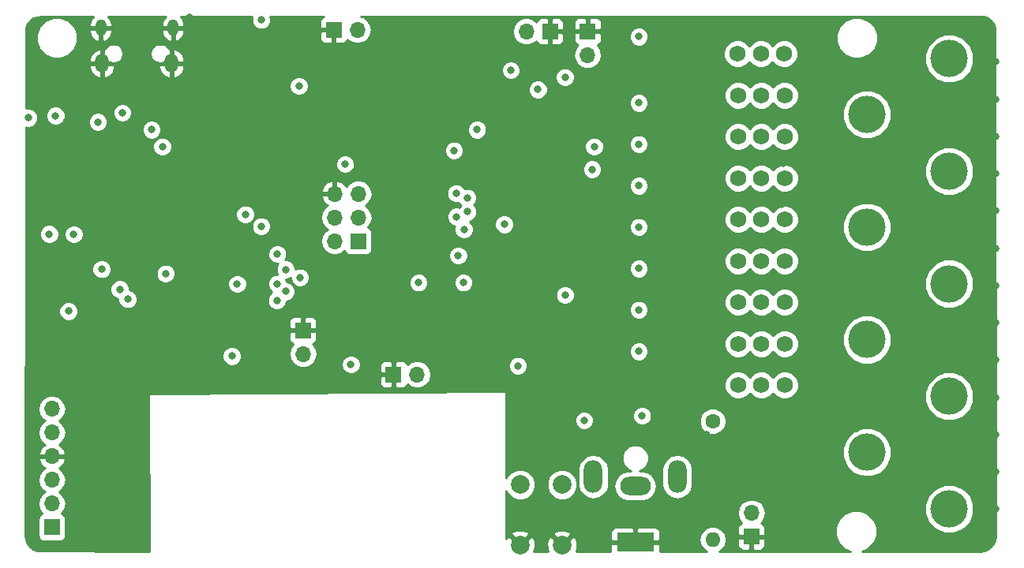
<source format=gbr>
G04 #@! TF.GenerationSoftware,KiCad,Pcbnew,(5.0.0)*
G04 #@! TF.CreationDate,2019-12-28T15:17:29+11:00*
G04 #@! TF.ProjectId,DAQ Board,44415120426F6172642E6B696361645F,rev?*
G04 #@! TF.SameCoordinates,Original*
G04 #@! TF.FileFunction,Copper,L2,Inr,Plane*
G04 #@! TF.FilePolarity,Positive*
%FSLAX46Y46*%
G04 Gerber Fmt 4.6, Leading zero omitted, Abs format (unit mm)*
G04 Created by KiCad (PCBNEW (5.0.0)) date 12/28/19 15:17:29*
%MOMM*%
%LPD*%
G01*
G04 APERTURE LIST*
G04 #@! TA.AperFunction,ViaPad*
%ADD10C,1.750000*%
G04 #@! TD*
G04 #@! TA.AperFunction,ViaPad*
%ADD11C,4.000000*%
G04 #@! TD*
G04 #@! TA.AperFunction,ViaPad*
%ADD12O,1.700000X1.700000*%
G04 #@! TD*
G04 #@! TA.AperFunction,ViaPad*
%ADD13R,1.700000X1.700000*%
G04 #@! TD*
G04 #@! TA.AperFunction,ViaPad*
%ADD14C,2.000000*%
G04 #@! TD*
G04 #@! TA.AperFunction,ViaPad*
%ADD15C,1.600000*%
G04 #@! TD*
G04 #@! TA.AperFunction,ViaPad*
%ADD16O,1.600000X1.600000*%
G04 #@! TD*
G04 #@! TA.AperFunction,ViaPad*
%ADD17O,1.450000X2.000000*%
G04 #@! TD*
G04 #@! TA.AperFunction,ViaPad*
%ADD18O,1.150000X1.800000*%
G04 #@! TD*
G04 #@! TA.AperFunction,ViaPad*
%ADD19R,4.000000X2.000000*%
G04 #@! TD*
G04 #@! TA.AperFunction,ViaPad*
%ADD20O,3.300000X2.000000*%
G04 #@! TD*
G04 #@! TA.AperFunction,ViaPad*
%ADD21O,2.000000X3.500000*%
G04 #@! TD*
G04 #@! TA.AperFunction,ViaPad*
%ADD22C,0.800000*%
G04 #@! TD*
G04 #@! TA.AperFunction,Conductor*
%ADD23C,0.254000*%
G04 #@! TD*
G04 APERTURE END LIST*
D10*
G04 #@! TO.N,Net-(R10-Pad2)*
G04 #@! TO.C,SW10*
X205920428Y-76161482D03*
G04 #@! TO.N,Net-(J18-Pad1)*
X208420428Y-76161482D03*
G04 #@! TO.N,/ADC1299/AVDD*
X203420428Y-76161482D03*
G04 #@! TD*
D11*
G04 #@! TO.N,Net-(J19-Pad1)*
G04 #@! TO.C,J19*
X226060000Y-72220000D03*
G04 #@! TD*
G04 #@! TO.N,Net-(J18-Pad1)*
G04 #@! TO.C,J18*
X217230000Y-78215000D03*
G04 #@! TD*
G04 #@! TO.N,Net-(J17-Pad1)*
G04 #@! TO.C,J17*
X226060000Y-84305000D03*
G04 #@! TD*
G04 #@! TO.N,Net-(J13-Pad1)*
G04 #@! TO.C,J13*
X217230000Y-90300000D03*
G04 #@! TD*
G04 #@! TO.N,Net-(J11-Pad1)*
G04 #@! TO.C,J11*
X226060000Y-96390000D03*
G04 #@! TD*
G04 #@! TO.N,Net-(J9-Pad1)*
G04 #@! TO.C,J9*
X217230000Y-102385000D03*
G04 #@! TD*
G04 #@! TO.N,Net-(J1-Pad1)*
G04 #@! TO.C,J1*
X226060000Y-120560000D03*
G04 #@! TD*
G04 #@! TO.N,Net-(J3-Pad1)*
G04 #@! TO.C,J3*
X217230000Y-114470000D03*
G04 #@! TD*
G04 #@! TO.N,Net-(J8-Pad1)*
G04 #@! TO.C,J8*
X226060000Y-108475000D03*
G04 #@! TD*
D12*
G04 #@! TO.N,Net-(J5-Pad6)*
G04 #@! TO.C,J5*
X129830428Y-109841482D03*
G04 #@! TO.N,/+5V*
X129830428Y-112381482D03*
G04 #@! TO.N,/GND*
X129830428Y-114921482D03*
G04 #@! TO.N,/HC05_RX*
X129830428Y-117461482D03*
G04 #@! TO.N,/HC05_TX*
X129830428Y-120001482D03*
D13*
G04 #@! TO.N,Net-(J5-Pad1)*
X129830428Y-122541482D03*
G04 #@! TD*
G04 #@! TO.N,/GND*
G04 #@! TO.C,J12*
X156770428Y-101381482D03*
D12*
G04 #@! TO.N,/START*
X156770428Y-103921482D03*
G04 #@! TD*
G04 #@! TO.N,/VIN_RAW*
G04 #@! TO.C,J7*
X204860428Y-120981482D03*
D13*
G04 #@! TO.N,/GND*
X204860428Y-123521482D03*
G04 #@! TD*
G04 #@! TO.N,/GND*
G04 #@! TO.C,J16*
X160060428Y-69151482D03*
D12*
G04 #@! TO.N,/ADC1299/DVDD*
X162600428Y-69151482D03*
G04 #@! TD*
G04 #@! TO.N,/ADC1299/AVDD*
G04 #@! TO.C,J15*
X180710428Y-69321482D03*
D13*
G04 #@! TO.N,/GND*
X183250428Y-69321482D03*
G04 #@! TD*
G04 #@! TO.N,/GND*
G04 #@! TO.C,J14*
X187270428Y-69291482D03*
D12*
G04 #@! TO.N,/ADC1299/MID_SUPPLY*
X187270428Y-71831482D03*
G04 #@! TD*
D13*
G04 #@! TO.N,/GND*
G04 #@! TO.C,J10*
X166460000Y-106130000D03*
D12*
G04 #@! TO.N,/~CS*
X169000000Y-106130000D03*
G04 #@! TD*
D10*
G04 #@! TO.N,Net-(R7-Pad2)*
G04 #@! TO.C,SW7*
X205920428Y-89496482D03*
G04 #@! TO.N,Net-(J11-Pad1)*
X208420428Y-89496482D03*
G04 #@! TO.N,/ADC1299/AVDD*
X203420428Y-89496482D03*
G04 #@! TD*
G04 #@! TO.N,Net-(R3-Pad2)*
G04 #@! TO.C,SW3*
X205920428Y-107276482D03*
G04 #@! TO.N,Net-(J1-Pad1)*
X208420428Y-107276482D03*
G04 #@! TO.N,/ADC1299/AVDD*
X203420428Y-107276482D03*
G04 #@! TD*
G04 #@! TO.N,Net-(R4-Pad2)*
G04 #@! TO.C,SW4*
X205920428Y-102831482D03*
G04 #@! TO.N,Net-(J3-Pad1)*
X208420428Y-102831482D03*
G04 #@! TO.N,/ADC1299/AVDD*
X203420428Y-102831482D03*
G04 #@! TD*
G04 #@! TO.N,Net-(R5-Pad2)*
G04 #@! TO.C,SW5*
X205920428Y-98386482D03*
G04 #@! TO.N,Net-(J8-Pad1)*
X208420428Y-98386482D03*
G04 #@! TO.N,/ADC1299/AVDD*
X203420428Y-98386482D03*
G04 #@! TD*
G04 #@! TO.N,Net-(R6-Pad2)*
G04 #@! TO.C,SW6*
X205920428Y-93941482D03*
G04 #@! TO.N,Net-(J9-Pad1)*
X208420428Y-93941482D03*
G04 #@! TO.N,/ADC1299/AVDD*
X203420428Y-93941482D03*
G04 #@! TD*
G04 #@! TO.N,Net-(R8-Pad2)*
G04 #@! TO.C,SW8*
X205920428Y-85051482D03*
G04 #@! TO.N,Net-(J13-Pad1)*
X208420428Y-85051482D03*
G04 #@! TO.N,/ADC1299/AVDD*
X203420428Y-85051482D03*
G04 #@! TD*
G04 #@! TO.N,Net-(R9-Pad2)*
G04 #@! TO.C,SW9*
X205920428Y-80606482D03*
G04 #@! TO.N,Net-(J17-Pad1)*
X208420428Y-80606482D03*
G04 #@! TO.N,/ADC1299/AVDD*
X203420428Y-80606482D03*
G04 #@! TD*
G04 #@! TO.N,Net-(R11-Pad2)*
G04 #@! TO.C,SW11*
X205864548Y-71716482D03*
G04 #@! TO.N,Net-(J19-Pad1)*
X208364548Y-71716482D03*
G04 #@! TO.N,/ADC1299/AVDD*
X203364548Y-71716482D03*
G04 #@! TD*
D14*
G04 #@! TO.N,/~RESET*
G04 #@! TO.C,PB1*
X184540000Y-117950000D03*
X180040000Y-117950000D03*
G04 #@! TO.N,/GND*
X180040000Y-124450000D03*
X184540000Y-124450000D03*
G04 #@! TD*
D15*
G04 #@! TO.N,Net-(F1-Pad1)*
G04 #@! TO.C,F1*
X200700428Y-111151482D03*
D16*
G04 #@! TO.N,/VIN_RAW*
X200700428Y-123851482D03*
G04 #@! TD*
D17*
G04 #@! TO.N,/GND*
G04 #@! TO.C,J2*
X142666843Y-72730245D03*
X135216843Y-72730245D03*
D18*
X142816843Y-68930245D03*
X135066843Y-68930245D03*
G04 #@! TD*
D19*
G04 #@! TO.N,/GND*
G04 #@! TO.C,J4*
X192390428Y-124111482D03*
D20*
G04 #@! TO.N,/VIN_RAW*
X192390428Y-118111482D03*
D21*
G04 #@! TO.N,N/C*
X196890428Y-117111482D03*
X187890428Y-117111482D03*
G04 #@! TD*
D13*
G04 #@! TO.N,/ADC1299/MISO*
G04 #@! TO.C,J6*
X162680428Y-91811482D03*
D12*
G04 #@! TO.N,/+5V*
X160140428Y-91811482D03*
G04 #@! TO.N,/ADC1299/SCLK*
X162680428Y-89271482D03*
G04 #@! TO.N,/ADC1299/MOSI*
X160140428Y-89271482D03*
G04 #@! TO.N,/~RESET*
X162680428Y-86731482D03*
G04 #@! TO.N,/GND*
X160140428Y-86731482D03*
G04 #@! TD*
D22*
G04 #@! TO.N,/ADC1299/MID_SUPPLY*
X181950428Y-75551482D03*
X187760428Y-84121482D03*
G04 #@! TO.N,Net-(ADC1-Pad17)*
X192770428Y-94758482D03*
X192770428Y-90313482D03*
X192770428Y-85868482D03*
X192770428Y-81423482D03*
X192770428Y-76978482D03*
X192770428Y-69866482D03*
X192770428Y-99203482D03*
X192770428Y-103648482D03*
G04 #@! TO.N,/ADC1299/AVDD*
X175420428Y-79861482D03*
X179050428Y-73481482D03*
X184850428Y-74221482D03*
X184870428Y-97601482D03*
X179800428Y-105211482D03*
X187980428Y-81671482D03*
X173960428Y-96271482D03*
G04 #@! TO.N,/GND*
X216060000Y-120320000D03*
X139440000Y-109510000D03*
X136000000Y-109490000D03*
X162400000Y-107560000D03*
X149610000Y-94620000D03*
X145610000Y-94620000D03*
X181740000Y-86430000D03*
X179410000Y-86260000D03*
X180270000Y-92540000D03*
X183810428Y-85451482D03*
X148170428Y-97951482D03*
X127480000Y-68630000D03*
X132930000Y-68690000D03*
X140020000Y-68620000D03*
X144550000Y-67790000D03*
X148020000Y-68620000D03*
X156020000Y-68620000D03*
X164540000Y-68450000D03*
X172020000Y-68620000D03*
X176020000Y-68620000D03*
X192020000Y-68620000D03*
X196020000Y-68620000D03*
X200020000Y-68620000D03*
X204020000Y-68620000D03*
X208020000Y-68620000D03*
X212020000Y-68620000D03*
X223990000Y-68610000D03*
X220020000Y-68620000D03*
X127990000Y-73680000D03*
X132120000Y-73770000D03*
X144040000Y-74320000D03*
X148020000Y-72620000D03*
X156020000Y-72620000D03*
X168020000Y-72620000D03*
X180020000Y-72620000D03*
X191320000Y-74100000D03*
X200020000Y-72620000D03*
X213580000Y-73530000D03*
X221180000Y-73990000D03*
X137590000Y-76500000D03*
X144020000Y-76620000D03*
X148020000Y-76620000D03*
X156020000Y-76620000D03*
X160020000Y-76620000D03*
X164020000Y-76620000D03*
X184020000Y-76620000D03*
X187490000Y-76620000D03*
X200020000Y-76620000D03*
X208380000Y-74360000D03*
X220020000Y-76620000D03*
X148020000Y-80620000D03*
X156020000Y-80620000D03*
X187500000Y-78440000D03*
X200020000Y-80620000D03*
X220020000Y-80620000D03*
X128020000Y-84620000D03*
X148020000Y-84620000D03*
X150620000Y-84640000D03*
X176350000Y-83310000D03*
X200020000Y-84620000D03*
X220020000Y-84620000D03*
X128020000Y-88620000D03*
X132020000Y-88620000D03*
X136020000Y-88620000D03*
X144020000Y-88620000D03*
X152020000Y-88620000D03*
X180020000Y-88620000D03*
X184020000Y-88620000D03*
X191350000Y-89610000D03*
X200020000Y-88620000D03*
X220020000Y-88620000D03*
X128020000Y-92620000D03*
X140720000Y-90660000D03*
X148020000Y-92620000D03*
X166840000Y-93670000D03*
X184020000Y-92620000D03*
X220020000Y-92620000D03*
X128020000Y-96620000D03*
X147870000Y-95960000D03*
X188020000Y-96620000D03*
X208020000Y-96620000D03*
X212020000Y-96620000D03*
X216020000Y-96620000D03*
X220020000Y-96620000D03*
X128020000Y-100620000D03*
X136020000Y-100620000D03*
X144020000Y-100620000D03*
X152020000Y-100620000D03*
X160020000Y-100620000D03*
X164020000Y-100620000D03*
X168020000Y-100620000D03*
X172020000Y-100620000D03*
X176020000Y-100620000D03*
X180020000Y-100620000D03*
X184020000Y-100620000D03*
X188020000Y-100620000D03*
X191780000Y-101480000D03*
X208020000Y-100620000D03*
X212020000Y-100620000D03*
X216040000Y-99790000D03*
X220020000Y-100620000D03*
X136020000Y-104620000D03*
X160020000Y-104620000D03*
X163430000Y-105910000D03*
X169210000Y-102710000D03*
X172350000Y-107610000D03*
X176020000Y-104620000D03*
X184020000Y-104620000D03*
X188020000Y-104620000D03*
X200020000Y-104620000D03*
X204020000Y-104620000D03*
X208020000Y-104620000D03*
X212020000Y-104620000D03*
X216650000Y-105450000D03*
X220020000Y-104620000D03*
X131180000Y-108020000D03*
X139990000Y-107530000D03*
X143990000Y-107530000D03*
X147990000Y-107530000D03*
X151990000Y-107530000D03*
X155990000Y-107530000D03*
X159100000Y-107580000D03*
X184020000Y-108620000D03*
X200020000Y-108620000D03*
X212020000Y-108620000D03*
X216020000Y-108620000D03*
X220020000Y-108620000D03*
X128400000Y-111080000D03*
X131450000Y-113610000D03*
X136020000Y-112620000D03*
X139460000Y-112640000D03*
X184020000Y-112620000D03*
X188020000Y-112620000D03*
X192020000Y-112620000D03*
X196020000Y-112620000D03*
X200020000Y-112620000D03*
X212020000Y-112620000D03*
X216110000Y-111920000D03*
X220020000Y-112620000D03*
X128360000Y-116320000D03*
X132020000Y-116620000D03*
X136020000Y-116620000D03*
X139460000Y-116640000D03*
X211840000Y-120530000D03*
X207780000Y-116690000D03*
X207560000Y-112560000D03*
X204090000Y-112530000D03*
X178420000Y-74860000D03*
X174420000Y-74860000D03*
X169840000Y-98620000D03*
X173840000Y-98620000D03*
X200020000Y-116620000D03*
X204020000Y-116620000D03*
X212020000Y-116620000D03*
X216850000Y-117300000D03*
X220020000Y-116620000D03*
X128020000Y-120620000D03*
X132020000Y-120620000D03*
X139460000Y-120640000D03*
X136030000Y-120630000D03*
X180020000Y-120620000D03*
X184020000Y-120620000D03*
X188020000Y-120620000D03*
X192020000Y-120620000D03*
X200020000Y-120620000D03*
X208020000Y-120620000D03*
X220020000Y-120620000D03*
X128020000Y-124620000D03*
X132020000Y-124620000D03*
X136020000Y-124620000D03*
X139460000Y-124640000D03*
X188020000Y-124620000D03*
X192020000Y-124620000D03*
X196020000Y-124620000D03*
X208020000Y-124620000D03*
X212020000Y-124620000D03*
X220020000Y-124620000D03*
X212030000Y-76610000D03*
X216040000Y-75320000D03*
X208420000Y-78710000D03*
X212030000Y-80610000D03*
X216090000Y-81430000D03*
X208260000Y-83430000D03*
X212030000Y-84610000D03*
X216030000Y-84610000D03*
X208080000Y-87840000D03*
X212030000Y-88610000D03*
X215870000Y-87510000D03*
X208060000Y-92200000D03*
X212030000Y-92610000D03*
X215830000Y-93350000D03*
X227990000Y-68610000D03*
X230200000Y-68570000D03*
X229350000Y-72500000D03*
X231060000Y-72580000D03*
X223990000Y-76610000D03*
X227990000Y-76610000D03*
X231060000Y-76580000D03*
X223990000Y-80610000D03*
X227990000Y-80610000D03*
X231060000Y-80580000D03*
X222970000Y-84590000D03*
X229470000Y-84550000D03*
X231060000Y-84580000D03*
X223990000Y-88610000D03*
X227990000Y-88610000D03*
X231060000Y-88580000D03*
X223990000Y-92610000D03*
X227990000Y-92610000D03*
X231060000Y-92580000D03*
X222940000Y-96710000D03*
X229510000Y-96710000D03*
X231060000Y-96580000D03*
X223990000Y-100610000D03*
X227990000Y-100610000D03*
X231060000Y-100580000D03*
X223990000Y-104610000D03*
X227990000Y-104610000D03*
X231060000Y-104580000D03*
X223070000Y-108730000D03*
X229510000Y-108730000D03*
X231060000Y-108580000D03*
X223990000Y-112610000D03*
X227990000Y-112610000D03*
X231060000Y-112580000D03*
X223990000Y-116610000D03*
X227990000Y-116610000D03*
X231060000Y-116580000D03*
X223030000Y-120600000D03*
X229510000Y-120600000D03*
X231060000Y-120580000D03*
X223990000Y-124610000D03*
X227990000Y-124610000D03*
X230270000Y-124540000D03*
G04 #@! TO.N,/ADC1299/MOSI*
X154000428Y-93211482D03*
G04 #@! TO.N,/ADC1299/SCLK*
X173220428Y-89191482D03*
G04 #@! TO.N,/ADC1299/MISO*
X174020428Y-90571482D03*
G04 #@! TO.N,/ADC1299/DVDD*
X169150428Y-96271482D03*
X172940428Y-82091482D03*
G04 #@! TO.N,/+5V*
X131600428Y-99341482D03*
X135160000Y-94830000D03*
X149130428Y-104161482D03*
X130220000Y-78360000D03*
X127310000Y-78590000D03*
X134770428Y-79041482D03*
X141670428Y-81671482D03*
X150570428Y-88951482D03*
X152270428Y-90221482D03*
X161900000Y-105060000D03*
G04 #@! TO.N,/VIN*
X152280428Y-68081482D03*
X186910428Y-111061482D03*
X193120428Y-110571482D03*
X156330428Y-75171482D03*
G04 #@! TO.N,Net-(J2-Pad2)*
X140520428Y-79861482D03*
X137390428Y-78041482D03*
G04 #@! TO.N,/Arduino Nano/TX*
X132180428Y-91091482D03*
X137950428Y-98051482D03*
G04 #@! TO.N,/Arduino Nano/RX*
X129550428Y-91061482D03*
X137110428Y-96981482D03*
G04 #@! TO.N,/~DRDY*
X173400428Y-93371482D03*
X154890428Y-97221482D03*
G04 #@! TO.N,/~PWDN*
X173190428Y-86681482D03*
X153970428Y-98171482D03*
G04 #@! TO.N,/START*
X149710428Y-96411482D03*
X156430428Y-95721482D03*
X154000428Y-96401482D03*
G04 #@! TO.N,/~CS*
X174410428Y-88671482D03*
X154900428Y-94871482D03*
X178340428Y-90010982D03*
G04 #@! TO.N,/~RESET*
X161270428Y-83561482D03*
X174370428Y-87171482D03*
X142031316Y-95302370D03*
G04 #@! TD*
D23*
G04 #@! TO.N,/GND*
G36*
X229773714Y-67759651D02*
X230166015Y-67920187D01*
X230503398Y-68176787D01*
X230762874Y-68511967D01*
X230926758Y-68902883D01*
X230990033Y-69368132D01*
X231009979Y-123443986D01*
X230950180Y-123913715D01*
X230789645Y-124306013D01*
X230533044Y-124643399D01*
X230197864Y-124902874D01*
X229806948Y-125066758D01*
X229342189Y-125129966D01*
X216700292Y-125123695D01*
X217346026Y-124856223D01*
X217974741Y-124227508D01*
X218315000Y-123406051D01*
X218315000Y-122516913D01*
X217974741Y-121695456D01*
X217346026Y-121066741D01*
X216524569Y-120726482D01*
X215635431Y-120726482D01*
X214813974Y-121066741D01*
X214185259Y-121695456D01*
X213845000Y-122516913D01*
X213845000Y-123406051D01*
X214185259Y-124227508D01*
X214813974Y-124856223D01*
X215458221Y-125123079D01*
X201390724Y-125116100D01*
X201735005Y-124886059D01*
X202052168Y-124411391D01*
X202163541Y-123851482D01*
X202154740Y-123807232D01*
X203375428Y-123807232D01*
X203375428Y-124497792D01*
X203472101Y-124731181D01*
X203650730Y-124909809D01*
X203884119Y-125006482D01*
X204574678Y-125006482D01*
X204733428Y-124847732D01*
X204733428Y-123648482D01*
X204987428Y-123648482D01*
X204987428Y-124847732D01*
X205146178Y-125006482D01*
X205836737Y-125006482D01*
X206070126Y-124909809D01*
X206248755Y-124731181D01*
X206345428Y-124497792D01*
X206345428Y-123807232D01*
X206186678Y-123648482D01*
X204987428Y-123648482D01*
X204733428Y-123648482D01*
X203534178Y-123648482D01*
X203375428Y-123807232D01*
X202154740Y-123807232D01*
X202052168Y-123291573D01*
X201735005Y-122816905D01*
X201260337Y-122499742D01*
X200841761Y-122416482D01*
X200559095Y-122416482D01*
X200140519Y-122499742D01*
X199665851Y-122816905D01*
X199348688Y-123291573D01*
X199237315Y-123851482D01*
X199348688Y-124411391D01*
X199665851Y-124886059D01*
X200009107Y-125115415D01*
X195025428Y-125112943D01*
X195025428Y-124397232D01*
X194866678Y-124238482D01*
X192517428Y-124238482D01*
X192517428Y-124258482D01*
X192263428Y-124258482D01*
X192263428Y-124238482D01*
X189914178Y-124238482D01*
X189755428Y-124397232D01*
X189755428Y-125110328D01*
X186039552Y-125108485D01*
X186185908Y-124714539D01*
X186161856Y-124064540D01*
X185959387Y-123575736D01*
X185692532Y-123477073D01*
X184719605Y-124450000D01*
X184733748Y-124464143D01*
X184554143Y-124643748D01*
X184540000Y-124629605D01*
X184525858Y-124643748D01*
X184346253Y-124464143D01*
X184360395Y-124450000D01*
X183387468Y-123477073D01*
X183120613Y-123575736D01*
X182894092Y-124185461D01*
X182918144Y-124835460D01*
X183030616Y-125106992D01*
X181540381Y-125106253D01*
X181685908Y-124714539D01*
X181661856Y-124064540D01*
X181459387Y-123575736D01*
X181192532Y-123477073D01*
X180219605Y-124450000D01*
X180233748Y-124464143D01*
X180054143Y-124643748D01*
X180040000Y-124629605D01*
X180025858Y-124643748D01*
X179846253Y-124464143D01*
X179860395Y-124450000D01*
X178887468Y-123477073D01*
X178620613Y-123575736D01*
X178546732Y-123774601D01*
X178547347Y-123297468D01*
X179067073Y-123297468D01*
X180040000Y-124270395D01*
X181012927Y-123297468D01*
X183567073Y-123297468D01*
X184540000Y-124270395D01*
X185512927Y-123297468D01*
X185414264Y-123030613D01*
X185291951Y-122985172D01*
X189755428Y-122985172D01*
X189755428Y-123825732D01*
X189914178Y-123984482D01*
X192263428Y-123984482D01*
X192263428Y-122635232D01*
X192517428Y-122635232D01*
X192517428Y-123984482D01*
X194866678Y-123984482D01*
X195025428Y-123825732D01*
X195025428Y-122985172D01*
X194928755Y-122751783D01*
X194750126Y-122573155D01*
X194516737Y-122476482D01*
X192676178Y-122476482D01*
X192517428Y-122635232D01*
X192263428Y-122635232D01*
X192104678Y-122476482D01*
X190264119Y-122476482D01*
X190030730Y-122573155D01*
X189852101Y-122751783D01*
X189755428Y-122985172D01*
X185291951Y-122985172D01*
X184804539Y-122804092D01*
X184154540Y-122828144D01*
X183665736Y-123030613D01*
X183567073Y-123297468D01*
X181012927Y-123297468D01*
X180914264Y-123030613D01*
X180304539Y-122804092D01*
X179654540Y-122828144D01*
X179165736Y-123030613D01*
X179067073Y-123297468D01*
X178547347Y-123297468D01*
X178550334Y-120981482D01*
X203346336Y-120981482D01*
X203461589Y-121560900D01*
X203789803Y-122052107D01*
X203811461Y-122066578D01*
X203650730Y-122133155D01*
X203472101Y-122311783D01*
X203375428Y-122545172D01*
X203375428Y-123235732D01*
X203534178Y-123394482D01*
X204733428Y-123394482D01*
X204733428Y-123374482D01*
X204987428Y-123374482D01*
X204987428Y-123394482D01*
X206186678Y-123394482D01*
X206345428Y-123235732D01*
X206345428Y-122545172D01*
X206248755Y-122311783D01*
X206070126Y-122133155D01*
X205909395Y-122066578D01*
X205931053Y-122052107D01*
X206259267Y-121560900D01*
X206374520Y-120981482D01*
X206259267Y-120402064D01*
X206014582Y-120035866D01*
X223425000Y-120035866D01*
X223425000Y-121084134D01*
X223826155Y-122052608D01*
X224567392Y-122793845D01*
X225535866Y-123195000D01*
X226584134Y-123195000D01*
X227552608Y-122793845D01*
X228293845Y-122052608D01*
X228695000Y-121084134D01*
X228695000Y-120035866D01*
X228293845Y-119067392D01*
X227552608Y-118326155D01*
X226584134Y-117925000D01*
X225535866Y-117925000D01*
X224567392Y-118326155D01*
X223826155Y-119067392D01*
X223425000Y-120035866D01*
X206014582Y-120035866D01*
X205931053Y-119910857D01*
X205439846Y-119582643D01*
X205006684Y-119496482D01*
X204714172Y-119496482D01*
X204281010Y-119582643D01*
X203789803Y-119910857D01*
X203461589Y-120402064D01*
X203346336Y-120981482D01*
X178550334Y-120981482D01*
X178553363Y-118633402D01*
X178653914Y-118876153D01*
X179113847Y-119336086D01*
X179714778Y-119585000D01*
X180365222Y-119585000D01*
X180966153Y-119336086D01*
X181426086Y-118876153D01*
X181675000Y-118275222D01*
X181675000Y-117624778D01*
X182905000Y-117624778D01*
X182905000Y-118275222D01*
X183153914Y-118876153D01*
X183613847Y-119336086D01*
X184214778Y-119585000D01*
X184865222Y-119585000D01*
X185466153Y-119336086D01*
X185926086Y-118876153D01*
X186175000Y-118275222D01*
X186175000Y-117624778D01*
X185926086Y-117023847D01*
X185466153Y-116563914D01*
X184865222Y-116315000D01*
X184214778Y-116315000D01*
X183613847Y-116563914D01*
X183153914Y-117023847D01*
X182905000Y-117624778D01*
X181675000Y-117624778D01*
X181426086Y-117023847D01*
X180966153Y-116563914D01*
X180365222Y-116315000D01*
X179714778Y-116315000D01*
X179113847Y-116563914D01*
X178653914Y-117023847D01*
X178555131Y-117262329D01*
X178556500Y-116200451D01*
X186255428Y-116200451D01*
X186255428Y-118022512D01*
X186350292Y-118499426D01*
X186711659Y-119040251D01*
X187252483Y-119401618D01*
X187890428Y-119528513D01*
X188528372Y-119401618D01*
X189069197Y-119040251D01*
X189430564Y-118499427D01*
X189507730Y-118111482D01*
X190073397Y-118111482D01*
X190200292Y-118749427D01*
X190561659Y-119290251D01*
X191102483Y-119651618D01*
X191579397Y-119746482D01*
X193201459Y-119746482D01*
X193678373Y-119651618D01*
X194219197Y-119290251D01*
X194580564Y-118749427D01*
X194707459Y-118111482D01*
X194580564Y-117473537D01*
X194219197Y-116932713D01*
X193678373Y-116571346D01*
X193201459Y-116476482D01*
X192844862Y-116476482D01*
X193203290Y-116328016D01*
X193330855Y-116200451D01*
X195255428Y-116200451D01*
X195255428Y-118022512D01*
X195350292Y-118499426D01*
X195711659Y-119040251D01*
X196252483Y-119401618D01*
X196890428Y-119528513D01*
X197528372Y-119401618D01*
X198069197Y-119040251D01*
X198430564Y-118499427D01*
X198525428Y-118022513D01*
X198525428Y-116200451D01*
X198430564Y-115723537D01*
X198069197Y-115182713D01*
X197528373Y-114821346D01*
X196890428Y-114694451D01*
X196252484Y-114821346D01*
X195711660Y-115182713D01*
X195350293Y-115723537D01*
X195255428Y-116200451D01*
X193330855Y-116200451D01*
X193606962Y-115924344D01*
X193825428Y-115396921D01*
X193825428Y-114826043D01*
X193606962Y-114298620D01*
X193254208Y-113945866D01*
X214595000Y-113945866D01*
X214595000Y-114994134D01*
X214996155Y-115962608D01*
X215737392Y-116703845D01*
X216705866Y-117105000D01*
X217754134Y-117105000D01*
X218722608Y-116703845D01*
X219463845Y-115962608D01*
X219865000Y-114994134D01*
X219865000Y-113945866D01*
X219463845Y-112977392D01*
X218722608Y-112236155D01*
X217754134Y-111835000D01*
X216705866Y-111835000D01*
X215737392Y-112236155D01*
X214996155Y-112977392D01*
X214595000Y-113945866D01*
X193254208Y-113945866D01*
X193203290Y-113894948D01*
X192675867Y-113676482D01*
X192104989Y-113676482D01*
X191577566Y-113894948D01*
X191173894Y-114298620D01*
X190955428Y-114826043D01*
X190955428Y-115396921D01*
X191173894Y-115924344D01*
X191577566Y-116328016D01*
X191935994Y-116476482D01*
X191579397Y-116476482D01*
X191102483Y-116571346D01*
X190561659Y-116932713D01*
X190200292Y-117473537D01*
X190073397Y-118111482D01*
X189507730Y-118111482D01*
X189525428Y-118022513D01*
X189525428Y-116200451D01*
X189430564Y-115723537D01*
X189069197Y-115182713D01*
X188528373Y-114821346D01*
X187890428Y-114694451D01*
X187252484Y-114821346D01*
X186711660Y-115182713D01*
X186350293Y-115723537D01*
X186255428Y-116200451D01*
X178556500Y-116200451D01*
X178563394Y-110855608D01*
X185875428Y-110855608D01*
X185875428Y-111267356D01*
X186032997Y-111647762D01*
X186324148Y-111938913D01*
X186704554Y-112096482D01*
X187116302Y-112096482D01*
X187496708Y-111938913D01*
X187787859Y-111647762D01*
X187945428Y-111267356D01*
X187945428Y-110855608D01*
X187787859Y-110475202D01*
X187678265Y-110365608D01*
X192085428Y-110365608D01*
X192085428Y-110777356D01*
X192242997Y-111157762D01*
X192534148Y-111448913D01*
X192914554Y-111606482D01*
X193326302Y-111606482D01*
X193706708Y-111448913D01*
X193997859Y-111157762D01*
X194118692Y-110866043D01*
X199265428Y-110866043D01*
X199265428Y-111436921D01*
X199483894Y-111964344D01*
X199887566Y-112368016D01*
X200414989Y-112586482D01*
X200985867Y-112586482D01*
X201513290Y-112368016D01*
X201916962Y-111964344D01*
X202135428Y-111436921D01*
X202135428Y-110866043D01*
X201916962Y-110338620D01*
X201513290Y-109934948D01*
X200985867Y-109716482D01*
X200414989Y-109716482D01*
X199887566Y-109934948D01*
X199483894Y-110338620D01*
X199265428Y-110866043D01*
X194118692Y-110866043D01*
X194155428Y-110777356D01*
X194155428Y-110365608D01*
X193997859Y-109985202D01*
X193706708Y-109694051D01*
X193326302Y-109536482D01*
X192914554Y-109536482D01*
X192534148Y-109694051D01*
X192242997Y-109985202D01*
X192085428Y-110365608D01*
X187678265Y-110365608D01*
X187496708Y-110184051D01*
X187116302Y-110026482D01*
X186704554Y-110026482D01*
X186324148Y-110184051D01*
X186032997Y-110475202D01*
X185875428Y-110855608D01*
X178563394Y-110855608D01*
X178567000Y-108060164D01*
X178556972Y-108010538D01*
X178529140Y-107969540D01*
X178487737Y-107942313D01*
X178439067Y-107933003D01*
X140329067Y-108213003D01*
X140281097Y-108222793D01*
X140239966Y-108250429D01*
X140212542Y-108291702D01*
X140203000Y-108340327D01*
X140246158Y-125085768D01*
X128685220Y-125080033D01*
X128226713Y-125021662D01*
X127834415Y-124861127D01*
X127497029Y-124604526D01*
X127237554Y-124269346D01*
X127073670Y-123878430D01*
X127010455Y-123413620D01*
X127013755Y-117461482D01*
X128316336Y-117461482D01*
X128431589Y-118040900D01*
X128759803Y-118532107D01*
X129058189Y-118731482D01*
X128759803Y-118930857D01*
X128431589Y-119422064D01*
X128316336Y-120001482D01*
X128431589Y-120580900D01*
X128759803Y-121072107D01*
X128778047Y-121084298D01*
X128732663Y-121093325D01*
X128522619Y-121233673D01*
X128382271Y-121443717D01*
X128332988Y-121691482D01*
X128332988Y-123391482D01*
X128382271Y-123639247D01*
X128522619Y-123849291D01*
X128732663Y-123989639D01*
X128980428Y-124038922D01*
X130680428Y-124038922D01*
X130928193Y-123989639D01*
X131138237Y-123849291D01*
X131278585Y-123639247D01*
X131327868Y-123391482D01*
X131327868Y-121691482D01*
X131278585Y-121443717D01*
X131138237Y-121233673D01*
X130928193Y-121093325D01*
X130882809Y-121084298D01*
X130901053Y-121072107D01*
X131229267Y-120580900D01*
X131344520Y-120001482D01*
X131229267Y-119422064D01*
X130901053Y-118930857D01*
X130602667Y-118731482D01*
X130901053Y-118532107D01*
X131229267Y-118040900D01*
X131344520Y-117461482D01*
X131229267Y-116882064D01*
X130901053Y-116390857D01*
X130581950Y-116177639D01*
X130711786Y-116116665D01*
X131102073Y-115688406D01*
X131271904Y-115278372D01*
X131150583Y-115048482D01*
X129957428Y-115048482D01*
X129957428Y-115068482D01*
X129703428Y-115068482D01*
X129703428Y-115048482D01*
X128510273Y-115048482D01*
X128388952Y-115278372D01*
X128558783Y-115688406D01*
X128949070Y-116116665D01*
X129078906Y-116177639D01*
X128759803Y-116390857D01*
X128431589Y-116882064D01*
X128316336Y-117461482D01*
X127013755Y-117461482D01*
X127017980Y-109841482D01*
X128316336Y-109841482D01*
X128431589Y-110420900D01*
X128759803Y-110912107D01*
X129058189Y-111111482D01*
X128759803Y-111310857D01*
X128431589Y-111802064D01*
X128316336Y-112381482D01*
X128431589Y-112960900D01*
X128759803Y-113452107D01*
X129078906Y-113665325D01*
X128949070Y-113726299D01*
X128558783Y-114154558D01*
X128388952Y-114564592D01*
X128510273Y-114794482D01*
X129703428Y-114794482D01*
X129703428Y-114774482D01*
X129957428Y-114774482D01*
X129957428Y-114794482D01*
X131150583Y-114794482D01*
X131271904Y-114564592D01*
X131102073Y-114154558D01*
X130711786Y-113726299D01*
X130581950Y-113665325D01*
X130901053Y-113452107D01*
X131229267Y-112960900D01*
X131344520Y-112381482D01*
X131229267Y-111802064D01*
X130901053Y-111310857D01*
X130602667Y-111111482D01*
X130901053Y-110912107D01*
X131229267Y-110420900D01*
X131344520Y-109841482D01*
X131229267Y-109262064D01*
X130901053Y-108770857D01*
X130409846Y-108442643D01*
X129976684Y-108356482D01*
X129684172Y-108356482D01*
X129251010Y-108442643D01*
X128759803Y-108770857D01*
X128431589Y-109262064D01*
X128316336Y-109841482D01*
X127017980Y-109841482D01*
X127019879Y-106415750D01*
X164975000Y-106415750D01*
X164975000Y-107106309D01*
X165071673Y-107339698D01*
X165250301Y-107518327D01*
X165483690Y-107615000D01*
X166174250Y-107615000D01*
X166333000Y-107456250D01*
X166333000Y-106257000D01*
X165133750Y-106257000D01*
X164975000Y-106415750D01*
X127019879Y-106415750D01*
X127021243Y-103955608D01*
X148095428Y-103955608D01*
X148095428Y-104367356D01*
X148252997Y-104747762D01*
X148544148Y-105038913D01*
X148924554Y-105196482D01*
X149336302Y-105196482D01*
X149716708Y-105038913D01*
X150007859Y-104747762D01*
X150165428Y-104367356D01*
X150165428Y-103955608D01*
X150151293Y-103921482D01*
X155256336Y-103921482D01*
X155371589Y-104500900D01*
X155699803Y-104992107D01*
X156191010Y-105320321D01*
X156624172Y-105406482D01*
X156916684Y-105406482D01*
X157349846Y-105320321D01*
X157841053Y-104992107D01*
X157933248Y-104854126D01*
X160865000Y-104854126D01*
X160865000Y-105265874D01*
X161022569Y-105646280D01*
X161313720Y-105937431D01*
X161694126Y-106095000D01*
X162105874Y-106095000D01*
X162486280Y-105937431D01*
X162777431Y-105646280D01*
X162935000Y-105265874D01*
X162935000Y-105153691D01*
X164975000Y-105153691D01*
X164975000Y-105844250D01*
X165133750Y-106003000D01*
X166333000Y-106003000D01*
X166333000Y-104803750D01*
X166587000Y-104803750D01*
X166587000Y-106003000D01*
X166607000Y-106003000D01*
X166607000Y-106257000D01*
X166587000Y-106257000D01*
X166587000Y-107456250D01*
X166745750Y-107615000D01*
X167436310Y-107615000D01*
X167669699Y-107518327D01*
X167848327Y-107339698D01*
X167914904Y-107178967D01*
X167929375Y-107200625D01*
X168420582Y-107528839D01*
X168853744Y-107615000D01*
X169146256Y-107615000D01*
X169579418Y-107528839D01*
X170070625Y-107200625D01*
X170220631Y-106976124D01*
X201910428Y-106976124D01*
X201910428Y-107576840D01*
X202140312Y-108131828D01*
X202565082Y-108556598D01*
X203120070Y-108786482D01*
X203720786Y-108786482D01*
X204275774Y-108556598D01*
X204670428Y-108161944D01*
X205065082Y-108556598D01*
X205620070Y-108786482D01*
X206220786Y-108786482D01*
X206775774Y-108556598D01*
X207170428Y-108161944D01*
X207565082Y-108556598D01*
X208120070Y-108786482D01*
X208720786Y-108786482D01*
X209275774Y-108556598D01*
X209700544Y-108131828D01*
X209775501Y-107950866D01*
X223425000Y-107950866D01*
X223425000Y-108999134D01*
X223826155Y-109967608D01*
X224567392Y-110708845D01*
X225535866Y-111110000D01*
X226584134Y-111110000D01*
X227552608Y-110708845D01*
X228293845Y-109967608D01*
X228695000Y-108999134D01*
X228695000Y-107950866D01*
X228293845Y-106982392D01*
X227552608Y-106241155D01*
X226584134Y-105840000D01*
X225535866Y-105840000D01*
X224567392Y-106241155D01*
X223826155Y-106982392D01*
X223425000Y-107950866D01*
X209775501Y-107950866D01*
X209930428Y-107576840D01*
X209930428Y-106976124D01*
X209700544Y-106421136D01*
X209275774Y-105996366D01*
X208720786Y-105766482D01*
X208120070Y-105766482D01*
X207565082Y-105996366D01*
X207170428Y-106391020D01*
X206775774Y-105996366D01*
X206220786Y-105766482D01*
X205620070Y-105766482D01*
X205065082Y-105996366D01*
X204670428Y-106391020D01*
X204275774Y-105996366D01*
X203720786Y-105766482D01*
X203120070Y-105766482D01*
X202565082Y-105996366D01*
X202140312Y-106421136D01*
X201910428Y-106976124D01*
X170220631Y-106976124D01*
X170398839Y-106709418D01*
X170514092Y-106130000D01*
X170398839Y-105550582D01*
X170070625Y-105059375D01*
X169990157Y-105005608D01*
X178765428Y-105005608D01*
X178765428Y-105417356D01*
X178922997Y-105797762D01*
X179214148Y-106088913D01*
X179594554Y-106246482D01*
X180006302Y-106246482D01*
X180386708Y-106088913D01*
X180677859Y-105797762D01*
X180835428Y-105417356D01*
X180835428Y-105005608D01*
X180677859Y-104625202D01*
X180386708Y-104334051D01*
X180006302Y-104176482D01*
X179594554Y-104176482D01*
X179214148Y-104334051D01*
X178922997Y-104625202D01*
X178765428Y-105005608D01*
X169990157Y-105005608D01*
X169579418Y-104731161D01*
X169146256Y-104645000D01*
X168853744Y-104645000D01*
X168420582Y-104731161D01*
X167929375Y-105059375D01*
X167914904Y-105081033D01*
X167848327Y-104920302D01*
X167669699Y-104741673D01*
X167436310Y-104645000D01*
X166745750Y-104645000D01*
X166587000Y-104803750D01*
X166333000Y-104803750D01*
X166174250Y-104645000D01*
X165483690Y-104645000D01*
X165250301Y-104741673D01*
X165071673Y-104920302D01*
X164975000Y-105153691D01*
X162935000Y-105153691D01*
X162935000Y-104854126D01*
X162777431Y-104473720D01*
X162486280Y-104182569D01*
X162105874Y-104025000D01*
X161694126Y-104025000D01*
X161313720Y-104182569D01*
X161022569Y-104473720D01*
X160865000Y-104854126D01*
X157933248Y-104854126D01*
X158169267Y-104500900D01*
X158284520Y-103921482D01*
X158189267Y-103442608D01*
X191735428Y-103442608D01*
X191735428Y-103854356D01*
X191892997Y-104234762D01*
X192184148Y-104525913D01*
X192564554Y-104683482D01*
X192976302Y-104683482D01*
X193356708Y-104525913D01*
X193647859Y-104234762D01*
X193805428Y-103854356D01*
X193805428Y-103442608D01*
X193647859Y-103062202D01*
X193356708Y-102771051D01*
X192976302Y-102613482D01*
X192564554Y-102613482D01*
X192184148Y-102771051D01*
X191892997Y-103062202D01*
X191735428Y-103442608D01*
X158189267Y-103442608D01*
X158169267Y-103342064D01*
X157841053Y-102850857D01*
X157819395Y-102836386D01*
X157980126Y-102769809D01*
X158158755Y-102591181D01*
X158183631Y-102531124D01*
X201910428Y-102531124D01*
X201910428Y-103131840D01*
X202140312Y-103686828D01*
X202565082Y-104111598D01*
X203120070Y-104341482D01*
X203720786Y-104341482D01*
X204275774Y-104111598D01*
X204670428Y-103716944D01*
X205065082Y-104111598D01*
X205620070Y-104341482D01*
X206220786Y-104341482D01*
X206775774Y-104111598D01*
X207170428Y-103716944D01*
X207565082Y-104111598D01*
X208120070Y-104341482D01*
X208720786Y-104341482D01*
X209275774Y-104111598D01*
X209700544Y-103686828D01*
X209930428Y-103131840D01*
X209930428Y-102531124D01*
X209700544Y-101976136D01*
X209585274Y-101860866D01*
X214595000Y-101860866D01*
X214595000Y-102909134D01*
X214996155Y-103877608D01*
X215737392Y-104618845D01*
X216705866Y-105020000D01*
X217754134Y-105020000D01*
X218722608Y-104618845D01*
X219463845Y-103877608D01*
X219865000Y-102909134D01*
X219865000Y-101860866D01*
X219463845Y-100892392D01*
X218722608Y-100151155D01*
X217754134Y-99750000D01*
X216705866Y-99750000D01*
X215737392Y-100151155D01*
X214996155Y-100892392D01*
X214595000Y-101860866D01*
X209585274Y-101860866D01*
X209275774Y-101551366D01*
X208720786Y-101321482D01*
X208120070Y-101321482D01*
X207565082Y-101551366D01*
X207170428Y-101946020D01*
X206775774Y-101551366D01*
X206220786Y-101321482D01*
X205620070Y-101321482D01*
X205065082Y-101551366D01*
X204670428Y-101946020D01*
X204275774Y-101551366D01*
X203720786Y-101321482D01*
X203120070Y-101321482D01*
X202565082Y-101551366D01*
X202140312Y-101976136D01*
X201910428Y-102531124D01*
X158183631Y-102531124D01*
X158255428Y-102357792D01*
X158255428Y-101667232D01*
X158096678Y-101508482D01*
X156897428Y-101508482D01*
X156897428Y-101528482D01*
X156643428Y-101528482D01*
X156643428Y-101508482D01*
X155444178Y-101508482D01*
X155285428Y-101667232D01*
X155285428Y-102357792D01*
X155382101Y-102591181D01*
X155560730Y-102769809D01*
X155721461Y-102836386D01*
X155699803Y-102850857D01*
X155371589Y-103342064D01*
X155256336Y-103921482D01*
X150151293Y-103921482D01*
X150007859Y-103575202D01*
X149716708Y-103284051D01*
X149336302Y-103126482D01*
X148924554Y-103126482D01*
X148544148Y-103284051D01*
X148252997Y-103575202D01*
X148095428Y-103955608D01*
X127021243Y-103955608D01*
X127023211Y-100405172D01*
X155285428Y-100405172D01*
X155285428Y-101095732D01*
X155444178Y-101254482D01*
X156643428Y-101254482D01*
X156643428Y-100055232D01*
X156897428Y-100055232D01*
X156897428Y-101254482D01*
X158096678Y-101254482D01*
X158255428Y-101095732D01*
X158255428Y-100405172D01*
X158158755Y-100171783D01*
X157980126Y-99993155D01*
X157746737Y-99896482D01*
X157056178Y-99896482D01*
X156897428Y-100055232D01*
X156643428Y-100055232D01*
X156484678Y-99896482D01*
X155794119Y-99896482D01*
X155560730Y-99993155D01*
X155382101Y-100171783D01*
X155285428Y-100405172D01*
X127023211Y-100405172D01*
X127023916Y-99135608D01*
X130565428Y-99135608D01*
X130565428Y-99547356D01*
X130722997Y-99927762D01*
X131014148Y-100218913D01*
X131394554Y-100376482D01*
X131806302Y-100376482D01*
X132186708Y-100218913D01*
X132477859Y-99927762D01*
X132635428Y-99547356D01*
X132635428Y-99135608D01*
X132477859Y-98755202D01*
X132186708Y-98464051D01*
X131806302Y-98306482D01*
X131394554Y-98306482D01*
X131014148Y-98464051D01*
X130722997Y-98755202D01*
X130565428Y-99135608D01*
X127023916Y-99135608D01*
X127025224Y-96775608D01*
X136075428Y-96775608D01*
X136075428Y-97187356D01*
X136232997Y-97567762D01*
X136524148Y-97858913D01*
X136904554Y-98016482D01*
X136915428Y-98016482D01*
X136915428Y-98257356D01*
X137072997Y-98637762D01*
X137364148Y-98928913D01*
X137744554Y-99086482D01*
X138156302Y-99086482D01*
X138536708Y-98928913D01*
X138827859Y-98637762D01*
X138985428Y-98257356D01*
X138985428Y-97965608D01*
X152935428Y-97965608D01*
X152935428Y-98377356D01*
X153092997Y-98757762D01*
X153384148Y-99048913D01*
X153764554Y-99206482D01*
X154176302Y-99206482D01*
X154556708Y-99048913D01*
X154608013Y-98997608D01*
X191735428Y-98997608D01*
X191735428Y-99409356D01*
X191892997Y-99789762D01*
X192184148Y-100080913D01*
X192564554Y-100238482D01*
X192976302Y-100238482D01*
X193356708Y-100080913D01*
X193647859Y-99789762D01*
X193805428Y-99409356D01*
X193805428Y-98997608D01*
X193647859Y-98617202D01*
X193356708Y-98326051D01*
X192976302Y-98168482D01*
X192564554Y-98168482D01*
X192184148Y-98326051D01*
X191892997Y-98617202D01*
X191735428Y-98997608D01*
X154608013Y-98997608D01*
X154847859Y-98757762D01*
X155005428Y-98377356D01*
X155005428Y-98256482D01*
X155096302Y-98256482D01*
X155476708Y-98098913D01*
X155767859Y-97807762D01*
X155925428Y-97427356D01*
X155925428Y-97395608D01*
X183835428Y-97395608D01*
X183835428Y-97807356D01*
X183992997Y-98187762D01*
X184284148Y-98478913D01*
X184664554Y-98636482D01*
X185076302Y-98636482D01*
X185456708Y-98478913D01*
X185747859Y-98187762D01*
X185789958Y-98086124D01*
X201910428Y-98086124D01*
X201910428Y-98686840D01*
X202140312Y-99241828D01*
X202565082Y-99666598D01*
X203120070Y-99896482D01*
X203720786Y-99896482D01*
X204275774Y-99666598D01*
X204670428Y-99271944D01*
X205065082Y-99666598D01*
X205620070Y-99896482D01*
X206220786Y-99896482D01*
X206775774Y-99666598D01*
X207170428Y-99271944D01*
X207565082Y-99666598D01*
X208120070Y-99896482D01*
X208720786Y-99896482D01*
X209275774Y-99666598D01*
X209700544Y-99241828D01*
X209930428Y-98686840D01*
X209930428Y-98086124D01*
X209700544Y-97531136D01*
X209275774Y-97106366D01*
X208720786Y-96876482D01*
X208120070Y-96876482D01*
X207565082Y-97106366D01*
X207170428Y-97501020D01*
X206775774Y-97106366D01*
X206220786Y-96876482D01*
X205620070Y-96876482D01*
X205065082Y-97106366D01*
X204670428Y-97501020D01*
X204275774Y-97106366D01*
X203720786Y-96876482D01*
X203120070Y-96876482D01*
X202565082Y-97106366D01*
X202140312Y-97531136D01*
X201910428Y-98086124D01*
X185789958Y-98086124D01*
X185905428Y-97807356D01*
X185905428Y-97395608D01*
X185747859Y-97015202D01*
X185456708Y-96724051D01*
X185076302Y-96566482D01*
X184664554Y-96566482D01*
X184284148Y-96724051D01*
X183992997Y-97015202D01*
X183835428Y-97395608D01*
X155925428Y-97395608D01*
X155925428Y-97015608D01*
X155767859Y-96635202D01*
X155476708Y-96344051D01*
X155096302Y-96186482D01*
X155031648Y-96186482D01*
X154915668Y-95906482D01*
X155106302Y-95906482D01*
X155395428Y-95786722D01*
X155395428Y-95927356D01*
X155552997Y-96307762D01*
X155844148Y-96598913D01*
X156224554Y-96756482D01*
X156636302Y-96756482D01*
X157016708Y-96598913D01*
X157307859Y-96307762D01*
X157408162Y-96065608D01*
X168115428Y-96065608D01*
X168115428Y-96477356D01*
X168272997Y-96857762D01*
X168564148Y-97148913D01*
X168944554Y-97306482D01*
X169356302Y-97306482D01*
X169736708Y-97148913D01*
X170027859Y-96857762D01*
X170185428Y-96477356D01*
X170185428Y-96065608D01*
X172925428Y-96065608D01*
X172925428Y-96477356D01*
X173082997Y-96857762D01*
X173374148Y-97148913D01*
X173754554Y-97306482D01*
X174166302Y-97306482D01*
X174546708Y-97148913D01*
X174837859Y-96857762D01*
X174995428Y-96477356D01*
X174995428Y-96065608D01*
X174912693Y-95865866D01*
X223425000Y-95865866D01*
X223425000Y-96914134D01*
X223826155Y-97882608D01*
X224567392Y-98623845D01*
X225535866Y-99025000D01*
X226584134Y-99025000D01*
X227552608Y-98623845D01*
X228293845Y-97882608D01*
X228695000Y-96914134D01*
X228695000Y-95865866D01*
X228293845Y-94897392D01*
X227552608Y-94156155D01*
X226584134Y-93755000D01*
X225535866Y-93755000D01*
X224567392Y-94156155D01*
X223826155Y-94897392D01*
X223425000Y-95865866D01*
X174912693Y-95865866D01*
X174837859Y-95685202D01*
X174546708Y-95394051D01*
X174166302Y-95236482D01*
X173754554Y-95236482D01*
X173374148Y-95394051D01*
X173082997Y-95685202D01*
X172925428Y-96065608D01*
X170185428Y-96065608D01*
X170027859Y-95685202D01*
X169736708Y-95394051D01*
X169356302Y-95236482D01*
X168944554Y-95236482D01*
X168564148Y-95394051D01*
X168272997Y-95685202D01*
X168115428Y-96065608D01*
X157408162Y-96065608D01*
X157465428Y-95927356D01*
X157465428Y-95515608D01*
X157307859Y-95135202D01*
X157016708Y-94844051D01*
X156636302Y-94686482D01*
X156224554Y-94686482D01*
X155935428Y-94806242D01*
X155935428Y-94665608D01*
X155888622Y-94552608D01*
X191735428Y-94552608D01*
X191735428Y-94964356D01*
X191892997Y-95344762D01*
X192184148Y-95635913D01*
X192564554Y-95793482D01*
X192976302Y-95793482D01*
X193356708Y-95635913D01*
X193647859Y-95344762D01*
X193805428Y-94964356D01*
X193805428Y-94552608D01*
X193647859Y-94172202D01*
X193356708Y-93881051D01*
X192976302Y-93723482D01*
X192564554Y-93723482D01*
X192184148Y-93881051D01*
X191892997Y-94172202D01*
X191735428Y-94552608D01*
X155888622Y-94552608D01*
X155777859Y-94285202D01*
X155486708Y-93994051D01*
X155106302Y-93836482D01*
X154839139Y-93836482D01*
X154877859Y-93797762D01*
X155035428Y-93417356D01*
X155035428Y-93005608D01*
X154877859Y-92625202D01*
X154586708Y-92334051D01*
X154206302Y-92176482D01*
X153794554Y-92176482D01*
X153414148Y-92334051D01*
X153122997Y-92625202D01*
X152965428Y-93005608D01*
X152965428Y-93417356D01*
X153122997Y-93797762D01*
X153414148Y-94088913D01*
X153794554Y-94246482D01*
X154061717Y-94246482D01*
X154022997Y-94285202D01*
X153865428Y-94665608D01*
X153865428Y-95077356D01*
X153985188Y-95366482D01*
X153794554Y-95366482D01*
X153414148Y-95524051D01*
X153122997Y-95815202D01*
X152965428Y-96195608D01*
X152965428Y-96607356D01*
X153122997Y-96987762D01*
X153414148Y-97278913D01*
X153417421Y-97280269D01*
X153384148Y-97294051D01*
X153092997Y-97585202D01*
X152935428Y-97965608D01*
X138985428Y-97965608D01*
X138985428Y-97845608D01*
X138827859Y-97465202D01*
X138536708Y-97174051D01*
X138156302Y-97016482D01*
X138145428Y-97016482D01*
X138145428Y-96775608D01*
X137987859Y-96395202D01*
X137696708Y-96104051D01*
X137316302Y-95946482D01*
X136904554Y-95946482D01*
X136524148Y-96104051D01*
X136232997Y-96395202D01*
X136075428Y-96775608D01*
X127025224Y-96775608D01*
X127026418Y-94624126D01*
X134125000Y-94624126D01*
X134125000Y-95035874D01*
X134282569Y-95416280D01*
X134573720Y-95707431D01*
X134954126Y-95865000D01*
X135365874Y-95865000D01*
X135746280Y-95707431D01*
X136037431Y-95416280D01*
X136169889Y-95096496D01*
X140996316Y-95096496D01*
X140996316Y-95508244D01*
X141153885Y-95888650D01*
X141445036Y-96179801D01*
X141825442Y-96337370D01*
X142237190Y-96337370D01*
X142555292Y-96205608D01*
X148675428Y-96205608D01*
X148675428Y-96617356D01*
X148832997Y-96997762D01*
X149124148Y-97288913D01*
X149504554Y-97446482D01*
X149916302Y-97446482D01*
X150296708Y-97288913D01*
X150587859Y-96997762D01*
X150745428Y-96617356D01*
X150745428Y-96205608D01*
X150587859Y-95825202D01*
X150296708Y-95534051D01*
X149916302Y-95376482D01*
X149504554Y-95376482D01*
X149124148Y-95534051D01*
X148832997Y-95825202D01*
X148675428Y-96205608D01*
X142555292Y-96205608D01*
X142617596Y-96179801D01*
X142908747Y-95888650D01*
X143066316Y-95508244D01*
X143066316Y-95096496D01*
X142908747Y-94716090D01*
X142617596Y-94424939D01*
X142237190Y-94267370D01*
X141825442Y-94267370D01*
X141445036Y-94424939D01*
X141153885Y-94716090D01*
X140996316Y-95096496D01*
X136169889Y-95096496D01*
X136195000Y-95035874D01*
X136195000Y-94624126D01*
X136037431Y-94243720D01*
X135746280Y-93952569D01*
X135365874Y-93795000D01*
X134954126Y-93795000D01*
X134573720Y-93952569D01*
X134282569Y-94243720D01*
X134125000Y-94624126D01*
X127026418Y-94624126D01*
X127028508Y-90855608D01*
X128515428Y-90855608D01*
X128515428Y-91267356D01*
X128672997Y-91647762D01*
X128964148Y-91938913D01*
X129344554Y-92096482D01*
X129756302Y-92096482D01*
X130136708Y-91938913D01*
X130427859Y-91647762D01*
X130585428Y-91267356D01*
X130585428Y-90885608D01*
X131145428Y-90885608D01*
X131145428Y-91297356D01*
X131302997Y-91677762D01*
X131594148Y-91968913D01*
X131974554Y-92126482D01*
X132386302Y-92126482D01*
X132766708Y-91968913D01*
X133057859Y-91677762D01*
X133215428Y-91297356D01*
X133215428Y-90885608D01*
X133057859Y-90505202D01*
X132766708Y-90214051D01*
X132386302Y-90056482D01*
X131974554Y-90056482D01*
X131594148Y-90214051D01*
X131302997Y-90505202D01*
X131145428Y-90885608D01*
X130585428Y-90885608D01*
X130585428Y-90855608D01*
X130427859Y-90475202D01*
X130136708Y-90184051D01*
X129756302Y-90026482D01*
X129344554Y-90026482D01*
X128964148Y-90184051D01*
X128672997Y-90475202D01*
X128515428Y-90855608D01*
X127028508Y-90855608D01*
X127028973Y-90015608D01*
X151235428Y-90015608D01*
X151235428Y-90427356D01*
X151392997Y-90807762D01*
X151684148Y-91098913D01*
X152064554Y-91256482D01*
X152476302Y-91256482D01*
X152856708Y-91098913D01*
X153147859Y-90807762D01*
X153305428Y-90427356D01*
X153305428Y-90015608D01*
X153147859Y-89635202D01*
X152856708Y-89344051D01*
X152681511Y-89271482D01*
X158626336Y-89271482D01*
X158741589Y-89850900D01*
X159069803Y-90342107D01*
X159368189Y-90541482D01*
X159069803Y-90740857D01*
X158741589Y-91232064D01*
X158626336Y-91811482D01*
X158741589Y-92390900D01*
X159069803Y-92882107D01*
X159561010Y-93210321D01*
X159994172Y-93296482D01*
X160286684Y-93296482D01*
X160719846Y-93210321D01*
X161211053Y-92882107D01*
X161223244Y-92863863D01*
X161232271Y-92909247D01*
X161372619Y-93119291D01*
X161582663Y-93259639D01*
X161830428Y-93308922D01*
X163530428Y-93308922D01*
X163778193Y-93259639D01*
X163918919Y-93165608D01*
X172365428Y-93165608D01*
X172365428Y-93577356D01*
X172522997Y-93957762D01*
X172814148Y-94248913D01*
X173194554Y-94406482D01*
X173606302Y-94406482D01*
X173986708Y-94248913D01*
X174277859Y-93957762D01*
X174409014Y-93641124D01*
X201910428Y-93641124D01*
X201910428Y-94241840D01*
X202140312Y-94796828D01*
X202565082Y-95221598D01*
X203120070Y-95451482D01*
X203720786Y-95451482D01*
X204275774Y-95221598D01*
X204670428Y-94826944D01*
X205065082Y-95221598D01*
X205620070Y-95451482D01*
X206220786Y-95451482D01*
X206775774Y-95221598D01*
X207170428Y-94826944D01*
X207565082Y-95221598D01*
X208120070Y-95451482D01*
X208720786Y-95451482D01*
X209275774Y-95221598D01*
X209700544Y-94796828D01*
X209930428Y-94241840D01*
X209930428Y-93641124D01*
X209700544Y-93086136D01*
X209275774Y-92661366D01*
X208720786Y-92431482D01*
X208120070Y-92431482D01*
X207565082Y-92661366D01*
X207170428Y-93056020D01*
X206775774Y-92661366D01*
X206220786Y-92431482D01*
X205620070Y-92431482D01*
X205065082Y-92661366D01*
X204670428Y-93056020D01*
X204275774Y-92661366D01*
X203720786Y-92431482D01*
X203120070Y-92431482D01*
X202565082Y-92661366D01*
X202140312Y-93086136D01*
X201910428Y-93641124D01*
X174409014Y-93641124D01*
X174435428Y-93577356D01*
X174435428Y-93165608D01*
X174277859Y-92785202D01*
X173986708Y-92494051D01*
X173606302Y-92336482D01*
X173194554Y-92336482D01*
X172814148Y-92494051D01*
X172522997Y-92785202D01*
X172365428Y-93165608D01*
X163918919Y-93165608D01*
X163988237Y-93119291D01*
X164128585Y-92909247D01*
X164177868Y-92661482D01*
X164177868Y-90961482D01*
X164128585Y-90713717D01*
X163988237Y-90503673D01*
X163778193Y-90363325D01*
X163732809Y-90354298D01*
X163751053Y-90342107D01*
X164079267Y-89850900D01*
X164194520Y-89271482D01*
X164079267Y-88692064D01*
X163751053Y-88200857D01*
X163452667Y-88001482D01*
X163751053Y-87802107D01*
X164079267Y-87310900D01*
X164194520Y-86731482D01*
X164143624Y-86475608D01*
X172155428Y-86475608D01*
X172155428Y-86887356D01*
X172312997Y-87267762D01*
X172604148Y-87558913D01*
X172984554Y-87716482D01*
X173396302Y-87716482D01*
X173464242Y-87688340D01*
X173492997Y-87757762D01*
X173676717Y-87941482D01*
X173532997Y-88085202D01*
X173492171Y-88183766D01*
X173426302Y-88156482D01*
X173014554Y-88156482D01*
X172634148Y-88314051D01*
X172342997Y-88605202D01*
X172185428Y-88985608D01*
X172185428Y-89397356D01*
X172342997Y-89777762D01*
X172634148Y-90068913D01*
X173014554Y-90226482D01*
X173043056Y-90226482D01*
X172985428Y-90365608D01*
X172985428Y-90777356D01*
X173142997Y-91157762D01*
X173434148Y-91448913D01*
X173814554Y-91606482D01*
X174226302Y-91606482D01*
X174606708Y-91448913D01*
X174897859Y-91157762D01*
X175055428Y-90777356D01*
X175055428Y-90365608D01*
X174897859Y-89985202D01*
X174717765Y-89805108D01*
X177305428Y-89805108D01*
X177305428Y-90216856D01*
X177462997Y-90597262D01*
X177754148Y-90888413D01*
X178134554Y-91045982D01*
X178546302Y-91045982D01*
X178926708Y-90888413D01*
X179217859Y-90597262D01*
X179375428Y-90216856D01*
X179375428Y-90107608D01*
X191735428Y-90107608D01*
X191735428Y-90519356D01*
X191892997Y-90899762D01*
X192184148Y-91190913D01*
X192564554Y-91348482D01*
X192976302Y-91348482D01*
X193356708Y-91190913D01*
X193647859Y-90899762D01*
X193805428Y-90519356D01*
X193805428Y-90107608D01*
X193647859Y-89727202D01*
X193356708Y-89436051D01*
X192976302Y-89278482D01*
X192564554Y-89278482D01*
X192184148Y-89436051D01*
X191892997Y-89727202D01*
X191735428Y-90107608D01*
X179375428Y-90107608D01*
X179375428Y-89805108D01*
X179217859Y-89424702D01*
X178989281Y-89196124D01*
X201910428Y-89196124D01*
X201910428Y-89796840D01*
X202140312Y-90351828D01*
X202565082Y-90776598D01*
X203120070Y-91006482D01*
X203720786Y-91006482D01*
X204275774Y-90776598D01*
X204670428Y-90381944D01*
X205065082Y-90776598D01*
X205620070Y-91006482D01*
X206220786Y-91006482D01*
X206775774Y-90776598D01*
X207170428Y-90381944D01*
X207565082Y-90776598D01*
X208120070Y-91006482D01*
X208720786Y-91006482D01*
X209275774Y-90776598D01*
X209700544Y-90351828D01*
X209930428Y-89796840D01*
X209930428Y-89775866D01*
X214595000Y-89775866D01*
X214595000Y-90824134D01*
X214996155Y-91792608D01*
X215737392Y-92533845D01*
X216705866Y-92935000D01*
X217754134Y-92935000D01*
X218722608Y-92533845D01*
X219463845Y-91792608D01*
X219865000Y-90824134D01*
X219865000Y-89775866D01*
X219463845Y-88807392D01*
X218722608Y-88066155D01*
X217754134Y-87665000D01*
X216705866Y-87665000D01*
X215737392Y-88066155D01*
X214996155Y-88807392D01*
X214595000Y-89775866D01*
X209930428Y-89775866D01*
X209930428Y-89196124D01*
X209700544Y-88641136D01*
X209275774Y-88216366D01*
X208720786Y-87986482D01*
X208120070Y-87986482D01*
X207565082Y-88216366D01*
X207170428Y-88611020D01*
X206775774Y-88216366D01*
X206220786Y-87986482D01*
X205620070Y-87986482D01*
X205065082Y-88216366D01*
X204670428Y-88611020D01*
X204275774Y-88216366D01*
X203720786Y-87986482D01*
X203120070Y-87986482D01*
X202565082Y-88216366D01*
X202140312Y-88641136D01*
X201910428Y-89196124D01*
X178989281Y-89196124D01*
X178926708Y-89133551D01*
X178546302Y-88975982D01*
X178134554Y-88975982D01*
X177754148Y-89133551D01*
X177462997Y-89424702D01*
X177305428Y-89805108D01*
X174717765Y-89805108D01*
X174618308Y-89705651D01*
X174996708Y-89548913D01*
X175287859Y-89257762D01*
X175445428Y-88877356D01*
X175445428Y-88465608D01*
X175287859Y-88085202D01*
X175104139Y-87901482D01*
X175247859Y-87757762D01*
X175405428Y-87377356D01*
X175405428Y-86965608D01*
X175247859Y-86585202D01*
X174956708Y-86294051D01*
X174576302Y-86136482D01*
X174164554Y-86136482D01*
X174096614Y-86164624D01*
X174067859Y-86095202D01*
X173776708Y-85804051D01*
X173435234Y-85662608D01*
X191735428Y-85662608D01*
X191735428Y-86074356D01*
X191892997Y-86454762D01*
X192184148Y-86745913D01*
X192564554Y-86903482D01*
X192976302Y-86903482D01*
X193356708Y-86745913D01*
X193647859Y-86454762D01*
X193805428Y-86074356D01*
X193805428Y-85662608D01*
X193647859Y-85282202D01*
X193356708Y-84991051D01*
X192976302Y-84833482D01*
X192564554Y-84833482D01*
X192184148Y-84991051D01*
X191892997Y-85282202D01*
X191735428Y-85662608D01*
X173435234Y-85662608D01*
X173396302Y-85646482D01*
X172984554Y-85646482D01*
X172604148Y-85804051D01*
X172312997Y-86095202D01*
X172155428Y-86475608D01*
X164143624Y-86475608D01*
X164079267Y-86152064D01*
X163751053Y-85660857D01*
X163259846Y-85332643D01*
X162826684Y-85246482D01*
X162534172Y-85246482D01*
X162101010Y-85332643D01*
X161609803Y-85660857D01*
X161409075Y-85961268D01*
X161021786Y-85536299D01*
X160497320Y-85289996D01*
X160267428Y-85410663D01*
X160267428Y-86604482D01*
X160287428Y-86604482D01*
X160287428Y-86858482D01*
X160267428Y-86858482D01*
X160267428Y-86878482D01*
X160013428Y-86878482D01*
X160013428Y-86858482D01*
X158820273Y-86858482D01*
X158698952Y-87088372D01*
X158868783Y-87498406D01*
X159259070Y-87926665D01*
X159388906Y-87987639D01*
X159069803Y-88200857D01*
X158741589Y-88692064D01*
X158626336Y-89271482D01*
X152681511Y-89271482D01*
X152476302Y-89186482D01*
X152064554Y-89186482D01*
X151684148Y-89344051D01*
X151392997Y-89635202D01*
X151235428Y-90015608D01*
X127028973Y-90015608D01*
X127029678Y-88745608D01*
X149535428Y-88745608D01*
X149535428Y-89157356D01*
X149692997Y-89537762D01*
X149984148Y-89828913D01*
X150364554Y-89986482D01*
X150776302Y-89986482D01*
X151156708Y-89828913D01*
X151447859Y-89537762D01*
X151605428Y-89157356D01*
X151605428Y-88745608D01*
X151447859Y-88365202D01*
X151156708Y-88074051D01*
X150776302Y-87916482D01*
X150364554Y-87916482D01*
X149984148Y-88074051D01*
X149692997Y-88365202D01*
X149535428Y-88745608D01*
X127029678Y-88745608D01*
X127030992Y-86374592D01*
X158698952Y-86374592D01*
X158820273Y-86604482D01*
X160013428Y-86604482D01*
X160013428Y-85410663D01*
X159783536Y-85289996D01*
X159259070Y-85536299D01*
X158868783Y-85964558D01*
X158698952Y-86374592D01*
X127030992Y-86374592D01*
X127032666Y-83355608D01*
X160235428Y-83355608D01*
X160235428Y-83767356D01*
X160392997Y-84147762D01*
X160684148Y-84438913D01*
X161064554Y-84596482D01*
X161476302Y-84596482D01*
X161856708Y-84438913D01*
X162147859Y-84147762D01*
X162244020Y-83915608D01*
X186725428Y-83915608D01*
X186725428Y-84327356D01*
X186882997Y-84707762D01*
X187174148Y-84998913D01*
X187554554Y-85156482D01*
X187966302Y-85156482D01*
X188346708Y-84998913D01*
X188594497Y-84751124D01*
X201910428Y-84751124D01*
X201910428Y-85351840D01*
X202140312Y-85906828D01*
X202565082Y-86331598D01*
X203120070Y-86561482D01*
X203720786Y-86561482D01*
X204275774Y-86331598D01*
X204670428Y-85936944D01*
X205065082Y-86331598D01*
X205620070Y-86561482D01*
X206220786Y-86561482D01*
X206775774Y-86331598D01*
X207170428Y-85936944D01*
X207565082Y-86331598D01*
X208120070Y-86561482D01*
X208720786Y-86561482D01*
X209275774Y-86331598D01*
X209700544Y-85906828D01*
X209930428Y-85351840D01*
X209930428Y-84751124D01*
X209700544Y-84196136D01*
X209285274Y-83780866D01*
X223425000Y-83780866D01*
X223425000Y-84829134D01*
X223826155Y-85797608D01*
X224567392Y-86538845D01*
X225535866Y-86940000D01*
X226584134Y-86940000D01*
X227552608Y-86538845D01*
X228293845Y-85797608D01*
X228695000Y-84829134D01*
X228695000Y-83780866D01*
X228293845Y-82812392D01*
X227552608Y-82071155D01*
X226584134Y-81670000D01*
X225535866Y-81670000D01*
X224567392Y-82071155D01*
X223826155Y-82812392D01*
X223425000Y-83780866D01*
X209285274Y-83780866D01*
X209275774Y-83771366D01*
X208720786Y-83541482D01*
X208120070Y-83541482D01*
X207565082Y-83771366D01*
X207170428Y-84166020D01*
X206775774Y-83771366D01*
X206220786Y-83541482D01*
X205620070Y-83541482D01*
X205065082Y-83771366D01*
X204670428Y-84166020D01*
X204275774Y-83771366D01*
X203720786Y-83541482D01*
X203120070Y-83541482D01*
X202565082Y-83771366D01*
X202140312Y-84196136D01*
X201910428Y-84751124D01*
X188594497Y-84751124D01*
X188637859Y-84707762D01*
X188795428Y-84327356D01*
X188795428Y-83915608D01*
X188637859Y-83535202D01*
X188346708Y-83244051D01*
X187966302Y-83086482D01*
X187554554Y-83086482D01*
X187174148Y-83244051D01*
X186882997Y-83535202D01*
X186725428Y-83915608D01*
X162244020Y-83915608D01*
X162305428Y-83767356D01*
X162305428Y-83355608D01*
X162147859Y-82975202D01*
X161856708Y-82684051D01*
X161476302Y-82526482D01*
X161064554Y-82526482D01*
X160684148Y-82684051D01*
X160392997Y-82975202D01*
X160235428Y-83355608D01*
X127032666Y-83355608D01*
X127033715Y-81465608D01*
X140635428Y-81465608D01*
X140635428Y-81877356D01*
X140792997Y-82257762D01*
X141084148Y-82548913D01*
X141464554Y-82706482D01*
X141876302Y-82706482D01*
X142256708Y-82548913D01*
X142547859Y-82257762D01*
X142702009Y-81885608D01*
X171905428Y-81885608D01*
X171905428Y-82297356D01*
X172062997Y-82677762D01*
X172354148Y-82968913D01*
X172734554Y-83126482D01*
X173146302Y-83126482D01*
X173526708Y-82968913D01*
X173817859Y-82677762D01*
X173975428Y-82297356D01*
X173975428Y-81885608D01*
X173817859Y-81505202D01*
X173778265Y-81465608D01*
X186945428Y-81465608D01*
X186945428Y-81877356D01*
X187102997Y-82257762D01*
X187394148Y-82548913D01*
X187774554Y-82706482D01*
X188186302Y-82706482D01*
X188566708Y-82548913D01*
X188857859Y-82257762D01*
X189015428Y-81877356D01*
X189015428Y-81465608D01*
X188912704Y-81217608D01*
X191735428Y-81217608D01*
X191735428Y-81629356D01*
X191892997Y-82009762D01*
X192184148Y-82300913D01*
X192564554Y-82458482D01*
X192976302Y-82458482D01*
X193356708Y-82300913D01*
X193647859Y-82009762D01*
X193805428Y-81629356D01*
X193805428Y-81217608D01*
X193647859Y-80837202D01*
X193356708Y-80546051D01*
X192976302Y-80388482D01*
X192564554Y-80388482D01*
X192184148Y-80546051D01*
X191892997Y-80837202D01*
X191735428Y-81217608D01*
X188912704Y-81217608D01*
X188857859Y-81085202D01*
X188566708Y-80794051D01*
X188186302Y-80636482D01*
X187774554Y-80636482D01*
X187394148Y-80794051D01*
X187102997Y-81085202D01*
X186945428Y-81465608D01*
X173778265Y-81465608D01*
X173526708Y-81214051D01*
X173146302Y-81056482D01*
X172734554Y-81056482D01*
X172354148Y-81214051D01*
X172062997Y-81505202D01*
X171905428Y-81885608D01*
X142702009Y-81885608D01*
X142705428Y-81877356D01*
X142705428Y-81465608D01*
X142547859Y-81085202D01*
X142256708Y-80794051D01*
X141876302Y-80636482D01*
X141464554Y-80636482D01*
X141084148Y-80794051D01*
X140792997Y-81085202D01*
X140635428Y-81465608D01*
X127033715Y-81465608D01*
X127034752Y-79596264D01*
X127104126Y-79625000D01*
X127515874Y-79625000D01*
X127896280Y-79467431D01*
X128187431Y-79176280D01*
X128345000Y-78795874D01*
X128345000Y-78384126D01*
X128249732Y-78154126D01*
X129185000Y-78154126D01*
X129185000Y-78565874D01*
X129342569Y-78946280D01*
X129633720Y-79237431D01*
X130014126Y-79395000D01*
X130425874Y-79395000D01*
X130806280Y-79237431D01*
X131097431Y-78946280D01*
X131143272Y-78835608D01*
X133735428Y-78835608D01*
X133735428Y-79247356D01*
X133892997Y-79627762D01*
X134184148Y-79918913D01*
X134564554Y-80076482D01*
X134976302Y-80076482D01*
X135356708Y-79918913D01*
X135620013Y-79655608D01*
X139485428Y-79655608D01*
X139485428Y-80067356D01*
X139642997Y-80447762D01*
X139934148Y-80738913D01*
X140314554Y-80896482D01*
X140726302Y-80896482D01*
X141106708Y-80738913D01*
X141397859Y-80447762D01*
X141555428Y-80067356D01*
X141555428Y-79655608D01*
X174385428Y-79655608D01*
X174385428Y-80067356D01*
X174542997Y-80447762D01*
X174834148Y-80738913D01*
X175214554Y-80896482D01*
X175626302Y-80896482D01*
X176006708Y-80738913D01*
X176297859Y-80447762D01*
X176356527Y-80306124D01*
X201910428Y-80306124D01*
X201910428Y-80906840D01*
X202140312Y-81461828D01*
X202565082Y-81886598D01*
X203120070Y-82116482D01*
X203720786Y-82116482D01*
X204275774Y-81886598D01*
X204670428Y-81491944D01*
X205065082Y-81886598D01*
X205620070Y-82116482D01*
X206220786Y-82116482D01*
X206775774Y-81886598D01*
X207170428Y-81491944D01*
X207565082Y-81886598D01*
X208120070Y-82116482D01*
X208720786Y-82116482D01*
X209275774Y-81886598D01*
X209700544Y-81461828D01*
X209930428Y-80906840D01*
X209930428Y-80306124D01*
X209700544Y-79751136D01*
X209275774Y-79326366D01*
X208720786Y-79096482D01*
X208120070Y-79096482D01*
X207565082Y-79326366D01*
X207170428Y-79721020D01*
X206775774Y-79326366D01*
X206220786Y-79096482D01*
X205620070Y-79096482D01*
X205065082Y-79326366D01*
X204670428Y-79721020D01*
X204275774Y-79326366D01*
X203720786Y-79096482D01*
X203120070Y-79096482D01*
X202565082Y-79326366D01*
X202140312Y-79751136D01*
X201910428Y-80306124D01*
X176356527Y-80306124D01*
X176455428Y-80067356D01*
X176455428Y-79655608D01*
X176297859Y-79275202D01*
X176006708Y-78984051D01*
X175626302Y-78826482D01*
X175214554Y-78826482D01*
X174834148Y-78984051D01*
X174542997Y-79275202D01*
X174385428Y-79655608D01*
X141555428Y-79655608D01*
X141397859Y-79275202D01*
X141106708Y-78984051D01*
X140726302Y-78826482D01*
X140314554Y-78826482D01*
X139934148Y-78984051D01*
X139642997Y-79275202D01*
X139485428Y-79655608D01*
X135620013Y-79655608D01*
X135647859Y-79627762D01*
X135805428Y-79247356D01*
X135805428Y-78835608D01*
X135647859Y-78455202D01*
X135356708Y-78164051D01*
X134976302Y-78006482D01*
X134564554Y-78006482D01*
X134184148Y-78164051D01*
X133892997Y-78455202D01*
X133735428Y-78835608D01*
X131143272Y-78835608D01*
X131255000Y-78565874D01*
X131255000Y-78154126D01*
X131123066Y-77835608D01*
X136355428Y-77835608D01*
X136355428Y-78247356D01*
X136512997Y-78627762D01*
X136804148Y-78918913D01*
X137184554Y-79076482D01*
X137596302Y-79076482D01*
X137976708Y-78918913D01*
X138267859Y-78627762D01*
X138425428Y-78247356D01*
X138425428Y-77835608D01*
X138267859Y-77455202D01*
X137976708Y-77164051D01*
X137596302Y-77006482D01*
X137184554Y-77006482D01*
X136804148Y-77164051D01*
X136512997Y-77455202D01*
X136355428Y-77835608D01*
X131123066Y-77835608D01*
X131097431Y-77773720D01*
X130806280Y-77482569D01*
X130425874Y-77325000D01*
X130014126Y-77325000D01*
X129633720Y-77482569D01*
X129342569Y-77773720D01*
X129185000Y-78154126D01*
X128249732Y-78154126D01*
X128187431Y-78003720D01*
X127896280Y-77712569D01*
X127515874Y-77555000D01*
X127104126Y-77555000D01*
X127035868Y-77583273D01*
X127036317Y-76772608D01*
X191735428Y-76772608D01*
X191735428Y-77184356D01*
X191892997Y-77564762D01*
X192184148Y-77855913D01*
X192564554Y-78013482D01*
X192976302Y-78013482D01*
X193356708Y-77855913D01*
X193521755Y-77690866D01*
X214595000Y-77690866D01*
X214595000Y-78739134D01*
X214996155Y-79707608D01*
X215737392Y-80448845D01*
X216705866Y-80850000D01*
X217754134Y-80850000D01*
X218722608Y-80448845D01*
X219463845Y-79707608D01*
X219865000Y-78739134D01*
X219865000Y-77690866D01*
X219463845Y-76722392D01*
X218722608Y-75981155D01*
X217754134Y-75580000D01*
X216705866Y-75580000D01*
X215737392Y-75981155D01*
X214996155Y-76722392D01*
X214595000Y-77690866D01*
X193521755Y-77690866D01*
X193647859Y-77564762D01*
X193805428Y-77184356D01*
X193805428Y-76772608D01*
X193647859Y-76392202D01*
X193356708Y-76101051D01*
X192976302Y-75943482D01*
X192564554Y-75943482D01*
X192184148Y-76101051D01*
X191892997Y-76392202D01*
X191735428Y-76772608D01*
X127036317Y-76772608D01*
X127037319Y-74965608D01*
X155295428Y-74965608D01*
X155295428Y-75377356D01*
X155452997Y-75757762D01*
X155744148Y-76048913D01*
X156124554Y-76206482D01*
X156536302Y-76206482D01*
X156916708Y-76048913D01*
X157207859Y-75757762D01*
X157365428Y-75377356D01*
X157365428Y-75345608D01*
X180915428Y-75345608D01*
X180915428Y-75757356D01*
X181072997Y-76137762D01*
X181364148Y-76428913D01*
X181744554Y-76586482D01*
X182156302Y-76586482D01*
X182536708Y-76428913D01*
X182827859Y-76137762D01*
X182942445Y-75861124D01*
X201910428Y-75861124D01*
X201910428Y-76461840D01*
X202140312Y-77016828D01*
X202565082Y-77441598D01*
X203120070Y-77671482D01*
X203720786Y-77671482D01*
X204275774Y-77441598D01*
X204670428Y-77046944D01*
X205065082Y-77441598D01*
X205620070Y-77671482D01*
X206220786Y-77671482D01*
X206775774Y-77441598D01*
X207170428Y-77046944D01*
X207565082Y-77441598D01*
X208120070Y-77671482D01*
X208720786Y-77671482D01*
X209275774Y-77441598D01*
X209700544Y-77016828D01*
X209930428Y-76461840D01*
X209930428Y-75861124D01*
X209700544Y-75306136D01*
X209275774Y-74881366D01*
X208720786Y-74651482D01*
X208120070Y-74651482D01*
X207565082Y-74881366D01*
X207170428Y-75276020D01*
X206775774Y-74881366D01*
X206220786Y-74651482D01*
X205620070Y-74651482D01*
X205065082Y-74881366D01*
X204670428Y-75276020D01*
X204275774Y-74881366D01*
X203720786Y-74651482D01*
X203120070Y-74651482D01*
X202565082Y-74881366D01*
X202140312Y-75306136D01*
X201910428Y-75861124D01*
X182942445Y-75861124D01*
X182985428Y-75757356D01*
X182985428Y-75345608D01*
X182827859Y-74965202D01*
X182536708Y-74674051D01*
X182156302Y-74516482D01*
X181744554Y-74516482D01*
X181364148Y-74674051D01*
X181072997Y-74965202D01*
X180915428Y-75345608D01*
X157365428Y-75345608D01*
X157365428Y-74965608D01*
X157207859Y-74585202D01*
X156916708Y-74294051D01*
X156536302Y-74136482D01*
X156124554Y-74136482D01*
X155744148Y-74294051D01*
X155452997Y-74585202D01*
X155295428Y-74965608D01*
X127037319Y-74965608D01*
X127038489Y-72857245D01*
X133856843Y-72857245D01*
X133856843Y-73132245D01*
X134008968Y-73643027D01*
X134344981Y-74056712D01*
X134813727Y-74310321D01*
X134879585Y-74322764D01*
X135089843Y-74199763D01*
X135089843Y-72857245D01*
X135343843Y-72857245D01*
X135343843Y-74199763D01*
X135554101Y-74322764D01*
X135619959Y-74310321D01*
X136088705Y-74056712D01*
X136424718Y-73643027D01*
X136576843Y-73132245D01*
X136576843Y-72857245D01*
X141306843Y-72857245D01*
X141306843Y-73132245D01*
X141458968Y-73643027D01*
X141794981Y-74056712D01*
X142263727Y-74310321D01*
X142329585Y-74322764D01*
X142539843Y-74199763D01*
X142539843Y-72857245D01*
X142793843Y-72857245D01*
X142793843Y-74199763D01*
X143004101Y-74322764D01*
X143069959Y-74310321D01*
X143538705Y-74056712D01*
X143874718Y-73643027D01*
X143984145Y-73275608D01*
X178015428Y-73275608D01*
X178015428Y-73687356D01*
X178172997Y-74067762D01*
X178464148Y-74358913D01*
X178844554Y-74516482D01*
X179256302Y-74516482D01*
X179636708Y-74358913D01*
X179927859Y-74067762D01*
X179949461Y-74015608D01*
X183815428Y-74015608D01*
X183815428Y-74427356D01*
X183972997Y-74807762D01*
X184264148Y-75098913D01*
X184644554Y-75256482D01*
X185056302Y-75256482D01*
X185436708Y-75098913D01*
X185727859Y-74807762D01*
X185885428Y-74427356D01*
X185885428Y-74015608D01*
X185727859Y-73635202D01*
X185436708Y-73344051D01*
X185056302Y-73186482D01*
X184644554Y-73186482D01*
X184264148Y-73344051D01*
X183972997Y-73635202D01*
X183815428Y-74015608D01*
X179949461Y-74015608D01*
X180085428Y-73687356D01*
X180085428Y-73275608D01*
X179927859Y-72895202D01*
X179636708Y-72604051D01*
X179256302Y-72446482D01*
X178844554Y-72446482D01*
X178464148Y-72604051D01*
X178172997Y-72895202D01*
X178015428Y-73275608D01*
X143984145Y-73275608D01*
X144026843Y-73132245D01*
X144026843Y-72857245D01*
X142793843Y-72857245D01*
X142539843Y-72857245D01*
X141306843Y-72857245D01*
X136576843Y-72857245D01*
X135343843Y-72857245D01*
X135089843Y-72857245D01*
X133856843Y-72857245D01*
X127038489Y-72857245D01*
X127038782Y-72328245D01*
X133856843Y-72328245D01*
X133856843Y-72603245D01*
X135089843Y-72603245D01*
X135089843Y-71260727D01*
X135343843Y-71260727D01*
X135343843Y-72603245D01*
X135960260Y-72603245D01*
X136038006Y-72655193D01*
X136339908Y-72715245D01*
X136543778Y-72715245D01*
X136845680Y-72655193D01*
X137188036Y-72426438D01*
X137416791Y-72084082D01*
X137497119Y-71680245D01*
X140386567Y-71680245D01*
X140466895Y-72084082D01*
X140695650Y-72426438D01*
X141038006Y-72655193D01*
X141339908Y-72715245D01*
X141543778Y-72715245D01*
X141845680Y-72655193D01*
X141923426Y-72603245D01*
X142539843Y-72603245D01*
X142539843Y-71260727D01*
X142793843Y-71260727D01*
X142793843Y-72603245D01*
X144026843Y-72603245D01*
X144026843Y-72328245D01*
X143878894Y-71831482D01*
X185756336Y-71831482D01*
X185871589Y-72410900D01*
X186199803Y-72902107D01*
X186691010Y-73230321D01*
X187124172Y-73316482D01*
X187416684Y-73316482D01*
X187849846Y-73230321D01*
X188341053Y-72902107D01*
X188669267Y-72410900D01*
X188784520Y-71831482D01*
X188701901Y-71416124D01*
X201854548Y-71416124D01*
X201854548Y-72016840D01*
X202084432Y-72571828D01*
X202509202Y-72996598D01*
X203064190Y-73226482D01*
X203664906Y-73226482D01*
X204219894Y-72996598D01*
X204614548Y-72601944D01*
X205009202Y-72996598D01*
X205564190Y-73226482D01*
X206164906Y-73226482D01*
X206719894Y-72996598D01*
X207114548Y-72601944D01*
X207509202Y-72996598D01*
X208064190Y-73226482D01*
X208664906Y-73226482D01*
X209219894Y-72996598D01*
X209644664Y-72571828D01*
X209874548Y-72016840D01*
X209874548Y-71416124D01*
X209644664Y-70861136D01*
X209219894Y-70436366D01*
X208664906Y-70206482D01*
X208064190Y-70206482D01*
X207509202Y-70436366D01*
X207114548Y-70831020D01*
X206719894Y-70436366D01*
X206164906Y-70206482D01*
X205564190Y-70206482D01*
X205009202Y-70436366D01*
X204614548Y-70831020D01*
X204219894Y-70436366D01*
X203664906Y-70206482D01*
X203064190Y-70206482D01*
X202509202Y-70436366D01*
X202084432Y-70861136D01*
X201854548Y-71416124D01*
X188701901Y-71416124D01*
X188669267Y-71252064D01*
X188341053Y-70760857D01*
X188319395Y-70746386D01*
X188480126Y-70679809D01*
X188658755Y-70501181D01*
X188755428Y-70267792D01*
X188755428Y-69660608D01*
X191735428Y-69660608D01*
X191735428Y-70072356D01*
X191892997Y-70452762D01*
X192184148Y-70743913D01*
X192564554Y-70901482D01*
X192976302Y-70901482D01*
X193356708Y-70743913D01*
X193647859Y-70452762D01*
X193805428Y-70072356D01*
X193805428Y-69660608D01*
X193766619Y-69566913D01*
X213915000Y-69566913D01*
X213915000Y-70456051D01*
X214255259Y-71277508D01*
X214883974Y-71906223D01*
X215705431Y-72246482D01*
X216594569Y-72246482D01*
X217416026Y-71906223D01*
X217626383Y-71695866D01*
X223425000Y-71695866D01*
X223425000Y-72744134D01*
X223826155Y-73712608D01*
X224567392Y-74453845D01*
X225535866Y-74855000D01*
X226584134Y-74855000D01*
X227552608Y-74453845D01*
X228293845Y-73712608D01*
X228695000Y-72744134D01*
X228695000Y-71695866D01*
X228293845Y-70727392D01*
X227552608Y-69986155D01*
X226584134Y-69585000D01*
X225535866Y-69585000D01*
X224567392Y-69986155D01*
X223826155Y-70727392D01*
X223425000Y-71695866D01*
X217626383Y-71695866D01*
X218044741Y-71277508D01*
X218385000Y-70456051D01*
X218385000Y-69566913D01*
X218044741Y-68745456D01*
X217416026Y-68116741D01*
X216594569Y-67776482D01*
X215705431Y-67776482D01*
X214883974Y-68116741D01*
X214255259Y-68745456D01*
X213915000Y-69566913D01*
X193766619Y-69566913D01*
X193647859Y-69280202D01*
X193356708Y-68989051D01*
X192976302Y-68831482D01*
X192564554Y-68831482D01*
X192184148Y-68989051D01*
X191892997Y-69280202D01*
X191735428Y-69660608D01*
X188755428Y-69660608D01*
X188755428Y-69577232D01*
X188596678Y-69418482D01*
X187397428Y-69418482D01*
X187397428Y-69438482D01*
X187143428Y-69438482D01*
X187143428Y-69418482D01*
X185944178Y-69418482D01*
X185785428Y-69577232D01*
X185785428Y-70267792D01*
X185882101Y-70501181D01*
X186060730Y-70679809D01*
X186221461Y-70746386D01*
X186199803Y-70760857D01*
X185871589Y-71252064D01*
X185756336Y-71831482D01*
X143878894Y-71831482D01*
X143874718Y-71817463D01*
X143538705Y-71403778D01*
X143069959Y-71150169D01*
X143004101Y-71137726D01*
X142793843Y-71260727D01*
X142539843Y-71260727D01*
X142329585Y-71137726D01*
X142324738Y-71138642D01*
X142188036Y-70934052D01*
X141845680Y-70705297D01*
X141543778Y-70645245D01*
X141339908Y-70645245D01*
X141038006Y-70705297D01*
X140695650Y-70934052D01*
X140466895Y-71276408D01*
X140386567Y-71680245D01*
X137497119Y-71680245D01*
X137416791Y-71276408D01*
X137188036Y-70934052D01*
X136845680Y-70705297D01*
X136543778Y-70645245D01*
X136339908Y-70645245D01*
X136038006Y-70705297D01*
X135695650Y-70934052D01*
X135558948Y-71138642D01*
X135554101Y-71137726D01*
X135343843Y-71260727D01*
X135089843Y-71260727D01*
X134879585Y-71137726D01*
X134813727Y-71150169D01*
X134344981Y-71403778D01*
X134008968Y-71817463D01*
X133856843Y-72328245D01*
X127038782Y-72328245D01*
X127040314Y-69566913D01*
X128125428Y-69566913D01*
X128125428Y-70456051D01*
X128465687Y-71277508D01*
X129094402Y-71906223D01*
X129915859Y-72246482D01*
X130804997Y-72246482D01*
X131626454Y-71906223D01*
X132255169Y-71277508D01*
X132595428Y-70456051D01*
X132595428Y-69566913D01*
X132384317Y-69057245D01*
X133856843Y-69057245D01*
X133856843Y-69382245D01*
X133997550Y-69835625D01*
X134301047Y-70200647D01*
X134721129Y-70421740D01*
X134753166Y-70423880D01*
X134939843Y-70298795D01*
X134939843Y-69057245D01*
X135193843Y-69057245D01*
X135193843Y-70298795D01*
X135380520Y-70423880D01*
X135412557Y-70421740D01*
X135832639Y-70200647D01*
X136136136Y-69835625D01*
X136276843Y-69382245D01*
X136276843Y-69057245D01*
X141606843Y-69057245D01*
X141606843Y-69382245D01*
X141747550Y-69835625D01*
X142051047Y-70200647D01*
X142471129Y-70421740D01*
X142503166Y-70423880D01*
X142689843Y-70298795D01*
X142689843Y-69057245D01*
X142943843Y-69057245D01*
X142943843Y-70298795D01*
X143130520Y-70423880D01*
X143162557Y-70421740D01*
X143582639Y-70200647D01*
X143886136Y-69835625D01*
X144009777Y-69437232D01*
X158575428Y-69437232D01*
X158575428Y-70127791D01*
X158672101Y-70361180D01*
X158850729Y-70539809D01*
X159084118Y-70636482D01*
X159774678Y-70636482D01*
X159933428Y-70477732D01*
X159933428Y-69278482D01*
X158734178Y-69278482D01*
X158575428Y-69437232D01*
X144009777Y-69437232D01*
X144026843Y-69382245D01*
X144026843Y-69057245D01*
X142943843Y-69057245D01*
X142689843Y-69057245D01*
X141606843Y-69057245D01*
X136276843Y-69057245D01*
X135193843Y-69057245D01*
X134939843Y-69057245D01*
X133856843Y-69057245D01*
X132384317Y-69057245D01*
X132255169Y-68745456D01*
X131626454Y-68116741D01*
X130804997Y-67776482D01*
X129915859Y-67776482D01*
X129094402Y-68116741D01*
X128465687Y-68745456D01*
X128125428Y-69566913D01*
X127040314Y-69566913D01*
X127040414Y-69386611D01*
X127100079Y-68917935D01*
X127260615Y-68525634D01*
X127517215Y-68188251D01*
X127852395Y-67928775D01*
X128243311Y-67764891D01*
X128709548Y-67701481D01*
X134266495Y-67701400D01*
X133997550Y-68024865D01*
X133856843Y-68478245D01*
X133856843Y-68803245D01*
X134939843Y-68803245D01*
X134939843Y-68783245D01*
X135193843Y-68783245D01*
X135193843Y-68803245D01*
X136276843Y-68803245D01*
X136276843Y-68478245D01*
X136136136Y-68024865D01*
X135867172Y-67701376D01*
X142016590Y-67701285D01*
X141747550Y-68024865D01*
X141606843Y-68478245D01*
X141606843Y-68803245D01*
X142689843Y-68803245D01*
X142689843Y-68783245D01*
X142943843Y-68783245D01*
X142943843Y-68803245D01*
X144026843Y-68803245D01*
X144026843Y-68478245D01*
X143886136Y-68024865D01*
X143617077Y-67701262D01*
X151317691Y-67701148D01*
X151245428Y-67875608D01*
X151245428Y-68287356D01*
X151402997Y-68667762D01*
X151694148Y-68958913D01*
X152074554Y-69116482D01*
X152486302Y-69116482D01*
X152866708Y-68958913D01*
X153157859Y-68667762D01*
X153315428Y-68287356D01*
X153315428Y-67875608D01*
X153243153Y-67701120D01*
X159000699Y-67701035D01*
X158850729Y-67763155D01*
X158672101Y-67941784D01*
X158575428Y-68175173D01*
X158575428Y-68865732D01*
X158734178Y-69024482D01*
X159933428Y-69024482D01*
X159933428Y-69004482D01*
X160187428Y-69004482D01*
X160187428Y-69024482D01*
X160207428Y-69024482D01*
X160207428Y-69278482D01*
X160187428Y-69278482D01*
X160187428Y-70477732D01*
X160346178Y-70636482D01*
X161036738Y-70636482D01*
X161270127Y-70539809D01*
X161448755Y-70361180D01*
X161515332Y-70200449D01*
X161529803Y-70222107D01*
X162021010Y-70550321D01*
X162454172Y-70636482D01*
X162746684Y-70636482D01*
X163179846Y-70550321D01*
X163671053Y-70222107D01*
X163999267Y-69730900D01*
X164080705Y-69321482D01*
X179196336Y-69321482D01*
X179311589Y-69900900D01*
X179639803Y-70392107D01*
X180131010Y-70720321D01*
X180564172Y-70806482D01*
X180856684Y-70806482D01*
X181289846Y-70720321D01*
X181781053Y-70392107D01*
X181795524Y-70370449D01*
X181862101Y-70531180D01*
X182040729Y-70709809D01*
X182274118Y-70806482D01*
X182964678Y-70806482D01*
X183123428Y-70647732D01*
X183123428Y-69448482D01*
X183377428Y-69448482D01*
X183377428Y-70647732D01*
X183536178Y-70806482D01*
X184226738Y-70806482D01*
X184460127Y-70709809D01*
X184638755Y-70531180D01*
X184735428Y-70297791D01*
X184735428Y-69607232D01*
X184576678Y-69448482D01*
X183377428Y-69448482D01*
X183123428Y-69448482D01*
X183103428Y-69448482D01*
X183103428Y-69194482D01*
X183123428Y-69194482D01*
X183123428Y-67995232D01*
X183377428Y-67995232D01*
X183377428Y-69194482D01*
X184576678Y-69194482D01*
X184735428Y-69035732D01*
X184735428Y-68345173D01*
X184723002Y-68315172D01*
X185785428Y-68315172D01*
X185785428Y-69005732D01*
X185944178Y-69164482D01*
X187143428Y-69164482D01*
X187143428Y-67965232D01*
X187397428Y-67965232D01*
X187397428Y-69164482D01*
X188596678Y-69164482D01*
X188755428Y-69005732D01*
X188755428Y-68315172D01*
X188658755Y-68081783D01*
X188480126Y-67903155D01*
X188246737Y-67806482D01*
X187556178Y-67806482D01*
X187397428Y-67965232D01*
X187143428Y-67965232D01*
X186984678Y-67806482D01*
X186294119Y-67806482D01*
X186060730Y-67903155D01*
X185882101Y-68081783D01*
X185785428Y-68315172D01*
X184723002Y-68315172D01*
X184638755Y-68111784D01*
X184460127Y-67933155D01*
X184226738Y-67836482D01*
X183536178Y-67836482D01*
X183377428Y-67995232D01*
X183123428Y-67995232D01*
X182964678Y-67836482D01*
X182274118Y-67836482D01*
X182040729Y-67933155D01*
X181862101Y-68111784D01*
X181795524Y-68272515D01*
X181781053Y-68250857D01*
X181289846Y-67922643D01*
X180856684Y-67836482D01*
X180564172Y-67836482D01*
X180131010Y-67922643D01*
X179639803Y-68250857D01*
X179311589Y-68742064D01*
X179196336Y-69321482D01*
X164080705Y-69321482D01*
X164114520Y-69151482D01*
X163999267Y-68572064D01*
X163671053Y-68080857D01*
X163179846Y-67752643D01*
X162920105Y-67700977D01*
X229305148Y-67700000D01*
X229773714Y-67759651D01*
X229773714Y-67759651D01*
G37*
X229773714Y-67759651D02*
X230166015Y-67920187D01*
X230503398Y-68176787D01*
X230762874Y-68511967D01*
X230926758Y-68902883D01*
X230990033Y-69368132D01*
X231009979Y-123443986D01*
X230950180Y-123913715D01*
X230789645Y-124306013D01*
X230533044Y-124643399D01*
X230197864Y-124902874D01*
X229806948Y-125066758D01*
X229342189Y-125129966D01*
X216700292Y-125123695D01*
X217346026Y-124856223D01*
X217974741Y-124227508D01*
X218315000Y-123406051D01*
X218315000Y-122516913D01*
X217974741Y-121695456D01*
X217346026Y-121066741D01*
X216524569Y-120726482D01*
X215635431Y-120726482D01*
X214813974Y-121066741D01*
X214185259Y-121695456D01*
X213845000Y-122516913D01*
X213845000Y-123406051D01*
X214185259Y-124227508D01*
X214813974Y-124856223D01*
X215458221Y-125123079D01*
X201390724Y-125116100D01*
X201735005Y-124886059D01*
X202052168Y-124411391D01*
X202163541Y-123851482D01*
X202154740Y-123807232D01*
X203375428Y-123807232D01*
X203375428Y-124497792D01*
X203472101Y-124731181D01*
X203650730Y-124909809D01*
X203884119Y-125006482D01*
X204574678Y-125006482D01*
X204733428Y-124847732D01*
X204733428Y-123648482D01*
X204987428Y-123648482D01*
X204987428Y-124847732D01*
X205146178Y-125006482D01*
X205836737Y-125006482D01*
X206070126Y-124909809D01*
X206248755Y-124731181D01*
X206345428Y-124497792D01*
X206345428Y-123807232D01*
X206186678Y-123648482D01*
X204987428Y-123648482D01*
X204733428Y-123648482D01*
X203534178Y-123648482D01*
X203375428Y-123807232D01*
X202154740Y-123807232D01*
X202052168Y-123291573D01*
X201735005Y-122816905D01*
X201260337Y-122499742D01*
X200841761Y-122416482D01*
X200559095Y-122416482D01*
X200140519Y-122499742D01*
X199665851Y-122816905D01*
X199348688Y-123291573D01*
X199237315Y-123851482D01*
X199348688Y-124411391D01*
X199665851Y-124886059D01*
X200009107Y-125115415D01*
X195025428Y-125112943D01*
X195025428Y-124397232D01*
X194866678Y-124238482D01*
X192517428Y-124238482D01*
X192517428Y-124258482D01*
X192263428Y-124258482D01*
X192263428Y-124238482D01*
X189914178Y-124238482D01*
X189755428Y-124397232D01*
X189755428Y-125110328D01*
X186039552Y-125108485D01*
X186185908Y-124714539D01*
X186161856Y-124064540D01*
X185959387Y-123575736D01*
X185692532Y-123477073D01*
X184719605Y-124450000D01*
X184733748Y-124464143D01*
X184554143Y-124643748D01*
X184540000Y-124629605D01*
X184525858Y-124643748D01*
X184346253Y-124464143D01*
X184360395Y-124450000D01*
X183387468Y-123477073D01*
X183120613Y-123575736D01*
X182894092Y-124185461D01*
X182918144Y-124835460D01*
X183030616Y-125106992D01*
X181540381Y-125106253D01*
X181685908Y-124714539D01*
X181661856Y-124064540D01*
X181459387Y-123575736D01*
X181192532Y-123477073D01*
X180219605Y-124450000D01*
X180233748Y-124464143D01*
X180054143Y-124643748D01*
X180040000Y-124629605D01*
X180025858Y-124643748D01*
X179846253Y-124464143D01*
X179860395Y-124450000D01*
X178887468Y-123477073D01*
X178620613Y-123575736D01*
X178546732Y-123774601D01*
X178547347Y-123297468D01*
X179067073Y-123297468D01*
X180040000Y-124270395D01*
X181012927Y-123297468D01*
X183567073Y-123297468D01*
X184540000Y-124270395D01*
X185512927Y-123297468D01*
X185414264Y-123030613D01*
X185291951Y-122985172D01*
X189755428Y-122985172D01*
X189755428Y-123825732D01*
X189914178Y-123984482D01*
X192263428Y-123984482D01*
X192263428Y-122635232D01*
X192517428Y-122635232D01*
X192517428Y-123984482D01*
X194866678Y-123984482D01*
X195025428Y-123825732D01*
X195025428Y-122985172D01*
X194928755Y-122751783D01*
X194750126Y-122573155D01*
X194516737Y-122476482D01*
X192676178Y-122476482D01*
X192517428Y-122635232D01*
X192263428Y-122635232D01*
X192104678Y-122476482D01*
X190264119Y-122476482D01*
X190030730Y-122573155D01*
X189852101Y-122751783D01*
X189755428Y-122985172D01*
X185291951Y-122985172D01*
X184804539Y-122804092D01*
X184154540Y-122828144D01*
X183665736Y-123030613D01*
X183567073Y-123297468D01*
X181012927Y-123297468D01*
X180914264Y-123030613D01*
X180304539Y-122804092D01*
X179654540Y-122828144D01*
X179165736Y-123030613D01*
X179067073Y-123297468D01*
X178547347Y-123297468D01*
X178550334Y-120981482D01*
X203346336Y-120981482D01*
X203461589Y-121560900D01*
X203789803Y-122052107D01*
X203811461Y-122066578D01*
X203650730Y-122133155D01*
X203472101Y-122311783D01*
X203375428Y-122545172D01*
X203375428Y-123235732D01*
X203534178Y-123394482D01*
X204733428Y-123394482D01*
X204733428Y-123374482D01*
X204987428Y-123374482D01*
X204987428Y-123394482D01*
X206186678Y-123394482D01*
X206345428Y-123235732D01*
X206345428Y-122545172D01*
X206248755Y-122311783D01*
X206070126Y-122133155D01*
X205909395Y-122066578D01*
X205931053Y-122052107D01*
X206259267Y-121560900D01*
X206374520Y-120981482D01*
X206259267Y-120402064D01*
X206014582Y-120035866D01*
X223425000Y-120035866D01*
X223425000Y-121084134D01*
X223826155Y-122052608D01*
X224567392Y-122793845D01*
X225535866Y-123195000D01*
X226584134Y-123195000D01*
X227552608Y-122793845D01*
X228293845Y-122052608D01*
X228695000Y-121084134D01*
X228695000Y-120035866D01*
X228293845Y-119067392D01*
X227552608Y-118326155D01*
X226584134Y-117925000D01*
X225535866Y-117925000D01*
X224567392Y-118326155D01*
X223826155Y-119067392D01*
X223425000Y-120035866D01*
X206014582Y-120035866D01*
X205931053Y-119910857D01*
X205439846Y-119582643D01*
X205006684Y-119496482D01*
X204714172Y-119496482D01*
X204281010Y-119582643D01*
X203789803Y-119910857D01*
X203461589Y-120402064D01*
X203346336Y-120981482D01*
X178550334Y-120981482D01*
X178553363Y-118633402D01*
X178653914Y-118876153D01*
X179113847Y-119336086D01*
X179714778Y-119585000D01*
X180365222Y-119585000D01*
X180966153Y-119336086D01*
X181426086Y-118876153D01*
X181675000Y-118275222D01*
X181675000Y-117624778D01*
X182905000Y-117624778D01*
X182905000Y-118275222D01*
X183153914Y-118876153D01*
X183613847Y-119336086D01*
X184214778Y-119585000D01*
X184865222Y-119585000D01*
X185466153Y-119336086D01*
X185926086Y-118876153D01*
X186175000Y-118275222D01*
X186175000Y-117624778D01*
X185926086Y-117023847D01*
X185466153Y-116563914D01*
X184865222Y-116315000D01*
X184214778Y-116315000D01*
X183613847Y-116563914D01*
X183153914Y-117023847D01*
X182905000Y-117624778D01*
X181675000Y-117624778D01*
X181426086Y-117023847D01*
X180966153Y-116563914D01*
X180365222Y-116315000D01*
X179714778Y-116315000D01*
X179113847Y-116563914D01*
X178653914Y-117023847D01*
X178555131Y-117262329D01*
X178556500Y-116200451D01*
X186255428Y-116200451D01*
X186255428Y-118022512D01*
X186350292Y-118499426D01*
X186711659Y-119040251D01*
X187252483Y-119401618D01*
X187890428Y-119528513D01*
X188528372Y-119401618D01*
X189069197Y-119040251D01*
X189430564Y-118499427D01*
X189507730Y-118111482D01*
X190073397Y-118111482D01*
X190200292Y-118749427D01*
X190561659Y-119290251D01*
X191102483Y-119651618D01*
X191579397Y-119746482D01*
X193201459Y-119746482D01*
X193678373Y-119651618D01*
X194219197Y-119290251D01*
X194580564Y-118749427D01*
X194707459Y-118111482D01*
X194580564Y-117473537D01*
X194219197Y-116932713D01*
X193678373Y-116571346D01*
X193201459Y-116476482D01*
X192844862Y-116476482D01*
X193203290Y-116328016D01*
X193330855Y-116200451D01*
X195255428Y-116200451D01*
X195255428Y-118022512D01*
X195350292Y-118499426D01*
X195711659Y-119040251D01*
X196252483Y-119401618D01*
X196890428Y-119528513D01*
X197528372Y-119401618D01*
X198069197Y-119040251D01*
X198430564Y-118499427D01*
X198525428Y-118022513D01*
X198525428Y-116200451D01*
X198430564Y-115723537D01*
X198069197Y-115182713D01*
X197528373Y-114821346D01*
X196890428Y-114694451D01*
X196252484Y-114821346D01*
X195711660Y-115182713D01*
X195350293Y-115723537D01*
X195255428Y-116200451D01*
X193330855Y-116200451D01*
X193606962Y-115924344D01*
X193825428Y-115396921D01*
X193825428Y-114826043D01*
X193606962Y-114298620D01*
X193254208Y-113945866D01*
X214595000Y-113945866D01*
X214595000Y-114994134D01*
X214996155Y-115962608D01*
X215737392Y-116703845D01*
X216705866Y-117105000D01*
X217754134Y-117105000D01*
X218722608Y-116703845D01*
X219463845Y-115962608D01*
X219865000Y-114994134D01*
X219865000Y-113945866D01*
X219463845Y-112977392D01*
X218722608Y-112236155D01*
X217754134Y-111835000D01*
X216705866Y-111835000D01*
X215737392Y-112236155D01*
X214996155Y-112977392D01*
X214595000Y-113945866D01*
X193254208Y-113945866D01*
X193203290Y-113894948D01*
X192675867Y-113676482D01*
X192104989Y-113676482D01*
X191577566Y-113894948D01*
X191173894Y-114298620D01*
X190955428Y-114826043D01*
X190955428Y-115396921D01*
X191173894Y-115924344D01*
X191577566Y-116328016D01*
X191935994Y-116476482D01*
X191579397Y-116476482D01*
X191102483Y-116571346D01*
X190561659Y-116932713D01*
X190200292Y-117473537D01*
X190073397Y-118111482D01*
X189507730Y-118111482D01*
X189525428Y-118022513D01*
X189525428Y-116200451D01*
X189430564Y-115723537D01*
X189069197Y-115182713D01*
X188528373Y-114821346D01*
X187890428Y-114694451D01*
X187252484Y-114821346D01*
X186711660Y-115182713D01*
X186350293Y-115723537D01*
X186255428Y-116200451D01*
X178556500Y-116200451D01*
X178563394Y-110855608D01*
X185875428Y-110855608D01*
X185875428Y-111267356D01*
X186032997Y-111647762D01*
X186324148Y-111938913D01*
X186704554Y-112096482D01*
X187116302Y-112096482D01*
X187496708Y-111938913D01*
X187787859Y-111647762D01*
X187945428Y-111267356D01*
X187945428Y-110855608D01*
X187787859Y-110475202D01*
X187678265Y-110365608D01*
X192085428Y-110365608D01*
X192085428Y-110777356D01*
X192242997Y-111157762D01*
X192534148Y-111448913D01*
X192914554Y-111606482D01*
X193326302Y-111606482D01*
X193706708Y-111448913D01*
X193997859Y-111157762D01*
X194118692Y-110866043D01*
X199265428Y-110866043D01*
X199265428Y-111436921D01*
X199483894Y-111964344D01*
X199887566Y-112368016D01*
X200414989Y-112586482D01*
X200985867Y-112586482D01*
X201513290Y-112368016D01*
X201916962Y-111964344D01*
X202135428Y-111436921D01*
X202135428Y-110866043D01*
X201916962Y-110338620D01*
X201513290Y-109934948D01*
X200985867Y-109716482D01*
X200414989Y-109716482D01*
X199887566Y-109934948D01*
X199483894Y-110338620D01*
X199265428Y-110866043D01*
X194118692Y-110866043D01*
X194155428Y-110777356D01*
X194155428Y-110365608D01*
X193997859Y-109985202D01*
X193706708Y-109694051D01*
X193326302Y-109536482D01*
X192914554Y-109536482D01*
X192534148Y-109694051D01*
X192242997Y-109985202D01*
X192085428Y-110365608D01*
X187678265Y-110365608D01*
X187496708Y-110184051D01*
X187116302Y-110026482D01*
X186704554Y-110026482D01*
X186324148Y-110184051D01*
X186032997Y-110475202D01*
X185875428Y-110855608D01*
X178563394Y-110855608D01*
X178567000Y-108060164D01*
X178556972Y-108010538D01*
X178529140Y-107969540D01*
X178487737Y-107942313D01*
X178439067Y-107933003D01*
X140329067Y-108213003D01*
X140281097Y-108222793D01*
X140239966Y-108250429D01*
X140212542Y-108291702D01*
X140203000Y-108340327D01*
X140246158Y-125085768D01*
X128685220Y-125080033D01*
X128226713Y-125021662D01*
X127834415Y-124861127D01*
X127497029Y-124604526D01*
X127237554Y-124269346D01*
X127073670Y-123878430D01*
X127010455Y-123413620D01*
X127013755Y-117461482D01*
X128316336Y-117461482D01*
X128431589Y-118040900D01*
X128759803Y-118532107D01*
X129058189Y-118731482D01*
X128759803Y-118930857D01*
X128431589Y-119422064D01*
X128316336Y-120001482D01*
X128431589Y-120580900D01*
X128759803Y-121072107D01*
X128778047Y-121084298D01*
X128732663Y-121093325D01*
X128522619Y-121233673D01*
X128382271Y-121443717D01*
X128332988Y-121691482D01*
X128332988Y-123391482D01*
X128382271Y-123639247D01*
X128522619Y-123849291D01*
X128732663Y-123989639D01*
X128980428Y-124038922D01*
X130680428Y-124038922D01*
X130928193Y-123989639D01*
X131138237Y-123849291D01*
X131278585Y-123639247D01*
X131327868Y-123391482D01*
X131327868Y-121691482D01*
X131278585Y-121443717D01*
X131138237Y-121233673D01*
X130928193Y-121093325D01*
X130882809Y-121084298D01*
X130901053Y-121072107D01*
X131229267Y-120580900D01*
X131344520Y-120001482D01*
X131229267Y-119422064D01*
X130901053Y-118930857D01*
X130602667Y-118731482D01*
X130901053Y-118532107D01*
X131229267Y-118040900D01*
X131344520Y-117461482D01*
X131229267Y-116882064D01*
X130901053Y-116390857D01*
X130581950Y-116177639D01*
X130711786Y-116116665D01*
X131102073Y-115688406D01*
X131271904Y-115278372D01*
X131150583Y-115048482D01*
X129957428Y-115048482D01*
X129957428Y-115068482D01*
X129703428Y-115068482D01*
X129703428Y-115048482D01*
X128510273Y-115048482D01*
X128388952Y-115278372D01*
X128558783Y-115688406D01*
X128949070Y-116116665D01*
X129078906Y-116177639D01*
X128759803Y-116390857D01*
X128431589Y-116882064D01*
X128316336Y-117461482D01*
X127013755Y-117461482D01*
X127017980Y-109841482D01*
X128316336Y-109841482D01*
X128431589Y-110420900D01*
X128759803Y-110912107D01*
X129058189Y-111111482D01*
X128759803Y-111310857D01*
X128431589Y-111802064D01*
X128316336Y-112381482D01*
X128431589Y-112960900D01*
X128759803Y-113452107D01*
X129078906Y-113665325D01*
X128949070Y-113726299D01*
X128558783Y-114154558D01*
X128388952Y-114564592D01*
X128510273Y-114794482D01*
X129703428Y-114794482D01*
X129703428Y-114774482D01*
X129957428Y-114774482D01*
X129957428Y-114794482D01*
X131150583Y-114794482D01*
X131271904Y-114564592D01*
X131102073Y-114154558D01*
X130711786Y-113726299D01*
X130581950Y-113665325D01*
X130901053Y-113452107D01*
X131229267Y-112960900D01*
X131344520Y-112381482D01*
X131229267Y-111802064D01*
X130901053Y-111310857D01*
X130602667Y-111111482D01*
X130901053Y-110912107D01*
X131229267Y-110420900D01*
X131344520Y-109841482D01*
X131229267Y-109262064D01*
X130901053Y-108770857D01*
X130409846Y-108442643D01*
X129976684Y-108356482D01*
X129684172Y-108356482D01*
X129251010Y-108442643D01*
X128759803Y-108770857D01*
X128431589Y-109262064D01*
X128316336Y-109841482D01*
X127017980Y-109841482D01*
X127019879Y-106415750D01*
X164975000Y-106415750D01*
X164975000Y-107106309D01*
X165071673Y-107339698D01*
X165250301Y-107518327D01*
X165483690Y-107615000D01*
X166174250Y-107615000D01*
X166333000Y-107456250D01*
X166333000Y-106257000D01*
X165133750Y-106257000D01*
X164975000Y-106415750D01*
X127019879Y-106415750D01*
X127021243Y-103955608D01*
X148095428Y-103955608D01*
X148095428Y-104367356D01*
X148252997Y-104747762D01*
X148544148Y-105038913D01*
X148924554Y-105196482D01*
X149336302Y-105196482D01*
X149716708Y-105038913D01*
X150007859Y-104747762D01*
X150165428Y-104367356D01*
X150165428Y-103955608D01*
X150151293Y-103921482D01*
X155256336Y-103921482D01*
X155371589Y-104500900D01*
X155699803Y-104992107D01*
X156191010Y-105320321D01*
X156624172Y-105406482D01*
X156916684Y-105406482D01*
X157349846Y-105320321D01*
X157841053Y-104992107D01*
X157933248Y-104854126D01*
X160865000Y-104854126D01*
X160865000Y-105265874D01*
X161022569Y-105646280D01*
X161313720Y-105937431D01*
X161694126Y-106095000D01*
X162105874Y-106095000D01*
X162486280Y-105937431D01*
X162777431Y-105646280D01*
X162935000Y-105265874D01*
X162935000Y-105153691D01*
X164975000Y-105153691D01*
X164975000Y-105844250D01*
X165133750Y-106003000D01*
X166333000Y-106003000D01*
X166333000Y-104803750D01*
X166587000Y-104803750D01*
X166587000Y-106003000D01*
X166607000Y-106003000D01*
X166607000Y-106257000D01*
X166587000Y-106257000D01*
X166587000Y-107456250D01*
X166745750Y-107615000D01*
X167436310Y-107615000D01*
X167669699Y-107518327D01*
X167848327Y-107339698D01*
X167914904Y-107178967D01*
X167929375Y-107200625D01*
X168420582Y-107528839D01*
X168853744Y-107615000D01*
X169146256Y-107615000D01*
X169579418Y-107528839D01*
X170070625Y-107200625D01*
X170220631Y-106976124D01*
X201910428Y-106976124D01*
X201910428Y-107576840D01*
X202140312Y-108131828D01*
X202565082Y-108556598D01*
X203120070Y-108786482D01*
X203720786Y-108786482D01*
X204275774Y-108556598D01*
X204670428Y-108161944D01*
X205065082Y-108556598D01*
X205620070Y-108786482D01*
X206220786Y-108786482D01*
X206775774Y-108556598D01*
X207170428Y-108161944D01*
X207565082Y-108556598D01*
X208120070Y-108786482D01*
X208720786Y-108786482D01*
X209275774Y-108556598D01*
X209700544Y-108131828D01*
X209775501Y-107950866D01*
X223425000Y-107950866D01*
X223425000Y-108999134D01*
X223826155Y-109967608D01*
X224567392Y-110708845D01*
X225535866Y-111110000D01*
X226584134Y-111110000D01*
X227552608Y-110708845D01*
X228293845Y-109967608D01*
X228695000Y-108999134D01*
X228695000Y-107950866D01*
X228293845Y-106982392D01*
X227552608Y-106241155D01*
X226584134Y-105840000D01*
X225535866Y-105840000D01*
X224567392Y-106241155D01*
X223826155Y-106982392D01*
X223425000Y-107950866D01*
X209775501Y-107950866D01*
X209930428Y-107576840D01*
X209930428Y-106976124D01*
X209700544Y-106421136D01*
X209275774Y-105996366D01*
X208720786Y-105766482D01*
X208120070Y-105766482D01*
X207565082Y-105996366D01*
X207170428Y-106391020D01*
X206775774Y-105996366D01*
X206220786Y-105766482D01*
X205620070Y-105766482D01*
X205065082Y-105996366D01*
X204670428Y-106391020D01*
X204275774Y-105996366D01*
X203720786Y-105766482D01*
X203120070Y-105766482D01*
X202565082Y-105996366D01*
X202140312Y-106421136D01*
X201910428Y-106976124D01*
X170220631Y-106976124D01*
X170398839Y-106709418D01*
X170514092Y-106130000D01*
X170398839Y-105550582D01*
X170070625Y-105059375D01*
X169990157Y-105005608D01*
X178765428Y-105005608D01*
X178765428Y-105417356D01*
X178922997Y-105797762D01*
X179214148Y-106088913D01*
X179594554Y-106246482D01*
X180006302Y-106246482D01*
X180386708Y-106088913D01*
X180677859Y-105797762D01*
X180835428Y-105417356D01*
X180835428Y-105005608D01*
X180677859Y-104625202D01*
X180386708Y-104334051D01*
X180006302Y-104176482D01*
X179594554Y-104176482D01*
X179214148Y-104334051D01*
X178922997Y-104625202D01*
X178765428Y-105005608D01*
X169990157Y-105005608D01*
X169579418Y-104731161D01*
X169146256Y-104645000D01*
X168853744Y-104645000D01*
X168420582Y-104731161D01*
X167929375Y-105059375D01*
X167914904Y-105081033D01*
X167848327Y-104920302D01*
X167669699Y-104741673D01*
X167436310Y-104645000D01*
X166745750Y-104645000D01*
X166587000Y-104803750D01*
X166333000Y-104803750D01*
X166174250Y-104645000D01*
X165483690Y-104645000D01*
X165250301Y-104741673D01*
X165071673Y-104920302D01*
X164975000Y-105153691D01*
X162935000Y-105153691D01*
X162935000Y-104854126D01*
X162777431Y-104473720D01*
X162486280Y-104182569D01*
X162105874Y-104025000D01*
X161694126Y-104025000D01*
X161313720Y-104182569D01*
X161022569Y-104473720D01*
X160865000Y-104854126D01*
X157933248Y-104854126D01*
X158169267Y-104500900D01*
X158284520Y-103921482D01*
X158189267Y-103442608D01*
X191735428Y-103442608D01*
X191735428Y-103854356D01*
X191892997Y-104234762D01*
X192184148Y-104525913D01*
X192564554Y-104683482D01*
X192976302Y-104683482D01*
X193356708Y-104525913D01*
X193647859Y-104234762D01*
X193805428Y-103854356D01*
X193805428Y-103442608D01*
X193647859Y-103062202D01*
X193356708Y-102771051D01*
X192976302Y-102613482D01*
X192564554Y-102613482D01*
X192184148Y-102771051D01*
X191892997Y-103062202D01*
X191735428Y-103442608D01*
X158189267Y-103442608D01*
X158169267Y-103342064D01*
X157841053Y-102850857D01*
X157819395Y-102836386D01*
X157980126Y-102769809D01*
X158158755Y-102591181D01*
X158183631Y-102531124D01*
X201910428Y-102531124D01*
X201910428Y-103131840D01*
X202140312Y-103686828D01*
X202565082Y-104111598D01*
X203120070Y-104341482D01*
X203720786Y-104341482D01*
X204275774Y-104111598D01*
X204670428Y-103716944D01*
X205065082Y-104111598D01*
X205620070Y-104341482D01*
X206220786Y-104341482D01*
X206775774Y-104111598D01*
X207170428Y-103716944D01*
X207565082Y-104111598D01*
X208120070Y-104341482D01*
X208720786Y-104341482D01*
X209275774Y-104111598D01*
X209700544Y-103686828D01*
X209930428Y-103131840D01*
X209930428Y-102531124D01*
X209700544Y-101976136D01*
X209585274Y-101860866D01*
X214595000Y-101860866D01*
X214595000Y-102909134D01*
X214996155Y-103877608D01*
X215737392Y-104618845D01*
X216705866Y-105020000D01*
X217754134Y-105020000D01*
X218722608Y-104618845D01*
X219463845Y-103877608D01*
X219865000Y-102909134D01*
X219865000Y-101860866D01*
X219463845Y-100892392D01*
X218722608Y-100151155D01*
X217754134Y-99750000D01*
X216705866Y-99750000D01*
X215737392Y-100151155D01*
X214996155Y-100892392D01*
X214595000Y-101860866D01*
X209585274Y-101860866D01*
X209275774Y-101551366D01*
X208720786Y-101321482D01*
X208120070Y-101321482D01*
X207565082Y-101551366D01*
X207170428Y-101946020D01*
X206775774Y-101551366D01*
X206220786Y-101321482D01*
X205620070Y-101321482D01*
X205065082Y-101551366D01*
X204670428Y-101946020D01*
X204275774Y-101551366D01*
X203720786Y-101321482D01*
X203120070Y-101321482D01*
X202565082Y-101551366D01*
X202140312Y-101976136D01*
X201910428Y-102531124D01*
X158183631Y-102531124D01*
X158255428Y-102357792D01*
X158255428Y-101667232D01*
X158096678Y-101508482D01*
X156897428Y-101508482D01*
X156897428Y-101528482D01*
X156643428Y-101528482D01*
X156643428Y-101508482D01*
X155444178Y-101508482D01*
X155285428Y-101667232D01*
X155285428Y-102357792D01*
X155382101Y-102591181D01*
X155560730Y-102769809D01*
X155721461Y-102836386D01*
X155699803Y-102850857D01*
X155371589Y-103342064D01*
X155256336Y-103921482D01*
X150151293Y-103921482D01*
X150007859Y-103575202D01*
X149716708Y-103284051D01*
X149336302Y-103126482D01*
X148924554Y-103126482D01*
X148544148Y-103284051D01*
X148252997Y-103575202D01*
X148095428Y-103955608D01*
X127021243Y-103955608D01*
X127023211Y-100405172D01*
X155285428Y-100405172D01*
X155285428Y-101095732D01*
X155444178Y-101254482D01*
X156643428Y-101254482D01*
X156643428Y-100055232D01*
X156897428Y-100055232D01*
X156897428Y-101254482D01*
X158096678Y-101254482D01*
X158255428Y-101095732D01*
X158255428Y-100405172D01*
X158158755Y-100171783D01*
X157980126Y-99993155D01*
X157746737Y-99896482D01*
X157056178Y-99896482D01*
X156897428Y-100055232D01*
X156643428Y-100055232D01*
X156484678Y-99896482D01*
X155794119Y-99896482D01*
X155560730Y-99993155D01*
X155382101Y-100171783D01*
X155285428Y-100405172D01*
X127023211Y-100405172D01*
X127023916Y-99135608D01*
X130565428Y-99135608D01*
X130565428Y-99547356D01*
X130722997Y-99927762D01*
X131014148Y-100218913D01*
X131394554Y-100376482D01*
X131806302Y-100376482D01*
X132186708Y-100218913D01*
X132477859Y-99927762D01*
X132635428Y-99547356D01*
X132635428Y-99135608D01*
X132477859Y-98755202D01*
X132186708Y-98464051D01*
X131806302Y-98306482D01*
X131394554Y-98306482D01*
X131014148Y-98464051D01*
X130722997Y-98755202D01*
X130565428Y-99135608D01*
X127023916Y-99135608D01*
X127025224Y-96775608D01*
X136075428Y-96775608D01*
X136075428Y-97187356D01*
X136232997Y-97567762D01*
X136524148Y-97858913D01*
X136904554Y-98016482D01*
X136915428Y-98016482D01*
X136915428Y-98257356D01*
X137072997Y-98637762D01*
X137364148Y-98928913D01*
X137744554Y-99086482D01*
X138156302Y-99086482D01*
X138536708Y-98928913D01*
X138827859Y-98637762D01*
X138985428Y-98257356D01*
X138985428Y-97965608D01*
X152935428Y-97965608D01*
X152935428Y-98377356D01*
X153092997Y-98757762D01*
X153384148Y-99048913D01*
X153764554Y-99206482D01*
X154176302Y-99206482D01*
X154556708Y-99048913D01*
X154608013Y-98997608D01*
X191735428Y-98997608D01*
X191735428Y-99409356D01*
X191892997Y-99789762D01*
X192184148Y-100080913D01*
X192564554Y-100238482D01*
X192976302Y-100238482D01*
X193356708Y-100080913D01*
X193647859Y-99789762D01*
X193805428Y-99409356D01*
X193805428Y-98997608D01*
X193647859Y-98617202D01*
X193356708Y-98326051D01*
X192976302Y-98168482D01*
X192564554Y-98168482D01*
X192184148Y-98326051D01*
X191892997Y-98617202D01*
X191735428Y-98997608D01*
X154608013Y-98997608D01*
X154847859Y-98757762D01*
X155005428Y-98377356D01*
X155005428Y-98256482D01*
X155096302Y-98256482D01*
X155476708Y-98098913D01*
X155767859Y-97807762D01*
X155925428Y-97427356D01*
X155925428Y-97395608D01*
X183835428Y-97395608D01*
X183835428Y-97807356D01*
X183992997Y-98187762D01*
X184284148Y-98478913D01*
X184664554Y-98636482D01*
X185076302Y-98636482D01*
X185456708Y-98478913D01*
X185747859Y-98187762D01*
X185789958Y-98086124D01*
X201910428Y-98086124D01*
X201910428Y-98686840D01*
X202140312Y-99241828D01*
X202565082Y-99666598D01*
X203120070Y-99896482D01*
X203720786Y-99896482D01*
X204275774Y-99666598D01*
X204670428Y-99271944D01*
X205065082Y-99666598D01*
X205620070Y-99896482D01*
X206220786Y-99896482D01*
X206775774Y-99666598D01*
X207170428Y-99271944D01*
X207565082Y-99666598D01*
X208120070Y-99896482D01*
X208720786Y-99896482D01*
X209275774Y-99666598D01*
X209700544Y-99241828D01*
X209930428Y-98686840D01*
X209930428Y-98086124D01*
X209700544Y-97531136D01*
X209275774Y-97106366D01*
X208720786Y-96876482D01*
X208120070Y-96876482D01*
X207565082Y-97106366D01*
X207170428Y-97501020D01*
X206775774Y-97106366D01*
X206220786Y-96876482D01*
X205620070Y-96876482D01*
X205065082Y-97106366D01*
X204670428Y-97501020D01*
X204275774Y-97106366D01*
X203720786Y-96876482D01*
X203120070Y-96876482D01*
X202565082Y-97106366D01*
X202140312Y-97531136D01*
X201910428Y-98086124D01*
X185789958Y-98086124D01*
X185905428Y-97807356D01*
X185905428Y-97395608D01*
X185747859Y-97015202D01*
X185456708Y-96724051D01*
X185076302Y-96566482D01*
X184664554Y-96566482D01*
X184284148Y-96724051D01*
X183992997Y-97015202D01*
X183835428Y-97395608D01*
X155925428Y-97395608D01*
X155925428Y-97015608D01*
X155767859Y-96635202D01*
X155476708Y-96344051D01*
X155096302Y-96186482D01*
X155031648Y-96186482D01*
X154915668Y-95906482D01*
X155106302Y-95906482D01*
X155395428Y-95786722D01*
X155395428Y-95927356D01*
X155552997Y-96307762D01*
X155844148Y-96598913D01*
X156224554Y-96756482D01*
X156636302Y-96756482D01*
X157016708Y-96598913D01*
X157307859Y-96307762D01*
X157408162Y-96065608D01*
X168115428Y-96065608D01*
X168115428Y-96477356D01*
X168272997Y-96857762D01*
X168564148Y-97148913D01*
X168944554Y-97306482D01*
X169356302Y-97306482D01*
X169736708Y-97148913D01*
X170027859Y-96857762D01*
X170185428Y-96477356D01*
X170185428Y-96065608D01*
X172925428Y-96065608D01*
X172925428Y-96477356D01*
X173082997Y-96857762D01*
X173374148Y-97148913D01*
X173754554Y-97306482D01*
X174166302Y-97306482D01*
X174546708Y-97148913D01*
X174837859Y-96857762D01*
X174995428Y-96477356D01*
X174995428Y-96065608D01*
X174912693Y-95865866D01*
X223425000Y-95865866D01*
X223425000Y-96914134D01*
X223826155Y-97882608D01*
X224567392Y-98623845D01*
X225535866Y-99025000D01*
X226584134Y-99025000D01*
X227552608Y-98623845D01*
X228293845Y-97882608D01*
X228695000Y-96914134D01*
X228695000Y-95865866D01*
X228293845Y-94897392D01*
X227552608Y-94156155D01*
X226584134Y-93755000D01*
X225535866Y-93755000D01*
X224567392Y-94156155D01*
X223826155Y-94897392D01*
X223425000Y-95865866D01*
X174912693Y-95865866D01*
X174837859Y-95685202D01*
X174546708Y-95394051D01*
X174166302Y-95236482D01*
X173754554Y-95236482D01*
X173374148Y-95394051D01*
X173082997Y-95685202D01*
X172925428Y-96065608D01*
X170185428Y-96065608D01*
X170027859Y-95685202D01*
X169736708Y-95394051D01*
X169356302Y-95236482D01*
X168944554Y-95236482D01*
X168564148Y-95394051D01*
X168272997Y-95685202D01*
X168115428Y-96065608D01*
X157408162Y-96065608D01*
X157465428Y-95927356D01*
X157465428Y-95515608D01*
X157307859Y-95135202D01*
X157016708Y-94844051D01*
X156636302Y-94686482D01*
X156224554Y-94686482D01*
X155935428Y-94806242D01*
X155935428Y-94665608D01*
X155888622Y-94552608D01*
X191735428Y-94552608D01*
X191735428Y-94964356D01*
X191892997Y-95344762D01*
X192184148Y-95635913D01*
X192564554Y-95793482D01*
X192976302Y-95793482D01*
X193356708Y-95635913D01*
X193647859Y-95344762D01*
X193805428Y-94964356D01*
X193805428Y-94552608D01*
X193647859Y-94172202D01*
X193356708Y-93881051D01*
X192976302Y-93723482D01*
X192564554Y-93723482D01*
X192184148Y-93881051D01*
X191892997Y-94172202D01*
X191735428Y-94552608D01*
X155888622Y-94552608D01*
X155777859Y-94285202D01*
X155486708Y-93994051D01*
X155106302Y-93836482D01*
X154839139Y-93836482D01*
X154877859Y-93797762D01*
X155035428Y-93417356D01*
X155035428Y-93005608D01*
X154877859Y-92625202D01*
X154586708Y-92334051D01*
X154206302Y-92176482D01*
X153794554Y-92176482D01*
X153414148Y-92334051D01*
X153122997Y-92625202D01*
X152965428Y-93005608D01*
X152965428Y-93417356D01*
X153122997Y-93797762D01*
X153414148Y-94088913D01*
X153794554Y-94246482D01*
X154061717Y-94246482D01*
X154022997Y-94285202D01*
X153865428Y-94665608D01*
X153865428Y-95077356D01*
X153985188Y-95366482D01*
X153794554Y-95366482D01*
X153414148Y-95524051D01*
X153122997Y-95815202D01*
X152965428Y-96195608D01*
X152965428Y-96607356D01*
X153122997Y-96987762D01*
X153414148Y-97278913D01*
X153417421Y-97280269D01*
X153384148Y-97294051D01*
X153092997Y-97585202D01*
X152935428Y-97965608D01*
X138985428Y-97965608D01*
X138985428Y-97845608D01*
X138827859Y-97465202D01*
X138536708Y-97174051D01*
X138156302Y-97016482D01*
X138145428Y-97016482D01*
X138145428Y-96775608D01*
X137987859Y-96395202D01*
X137696708Y-96104051D01*
X137316302Y-95946482D01*
X136904554Y-95946482D01*
X136524148Y-96104051D01*
X136232997Y-96395202D01*
X136075428Y-96775608D01*
X127025224Y-96775608D01*
X127026418Y-94624126D01*
X134125000Y-94624126D01*
X134125000Y-95035874D01*
X134282569Y-95416280D01*
X134573720Y-95707431D01*
X134954126Y-95865000D01*
X135365874Y-95865000D01*
X135746280Y-95707431D01*
X136037431Y-95416280D01*
X136169889Y-95096496D01*
X140996316Y-95096496D01*
X140996316Y-95508244D01*
X141153885Y-95888650D01*
X141445036Y-96179801D01*
X141825442Y-96337370D01*
X142237190Y-96337370D01*
X142555292Y-96205608D01*
X148675428Y-96205608D01*
X148675428Y-96617356D01*
X148832997Y-96997762D01*
X149124148Y-97288913D01*
X149504554Y-97446482D01*
X149916302Y-97446482D01*
X150296708Y-97288913D01*
X150587859Y-96997762D01*
X150745428Y-96617356D01*
X150745428Y-96205608D01*
X150587859Y-95825202D01*
X150296708Y-95534051D01*
X149916302Y-95376482D01*
X149504554Y-95376482D01*
X149124148Y-95534051D01*
X148832997Y-95825202D01*
X148675428Y-96205608D01*
X142555292Y-96205608D01*
X142617596Y-96179801D01*
X142908747Y-95888650D01*
X143066316Y-95508244D01*
X143066316Y-95096496D01*
X142908747Y-94716090D01*
X142617596Y-94424939D01*
X142237190Y-94267370D01*
X141825442Y-94267370D01*
X141445036Y-94424939D01*
X141153885Y-94716090D01*
X140996316Y-95096496D01*
X136169889Y-95096496D01*
X136195000Y-95035874D01*
X136195000Y-94624126D01*
X136037431Y-94243720D01*
X135746280Y-93952569D01*
X135365874Y-93795000D01*
X134954126Y-93795000D01*
X134573720Y-93952569D01*
X134282569Y-94243720D01*
X134125000Y-94624126D01*
X127026418Y-94624126D01*
X127028508Y-90855608D01*
X128515428Y-90855608D01*
X128515428Y-91267356D01*
X128672997Y-91647762D01*
X128964148Y-91938913D01*
X129344554Y-92096482D01*
X129756302Y-92096482D01*
X130136708Y-91938913D01*
X130427859Y-91647762D01*
X130585428Y-91267356D01*
X130585428Y-90885608D01*
X131145428Y-90885608D01*
X131145428Y-91297356D01*
X131302997Y-91677762D01*
X131594148Y-91968913D01*
X131974554Y-92126482D01*
X132386302Y-92126482D01*
X132766708Y-91968913D01*
X133057859Y-91677762D01*
X133215428Y-91297356D01*
X133215428Y-90885608D01*
X133057859Y-90505202D01*
X132766708Y-90214051D01*
X132386302Y-90056482D01*
X131974554Y-90056482D01*
X131594148Y-90214051D01*
X131302997Y-90505202D01*
X131145428Y-90885608D01*
X130585428Y-90885608D01*
X130585428Y-90855608D01*
X130427859Y-90475202D01*
X130136708Y-90184051D01*
X129756302Y-90026482D01*
X129344554Y-90026482D01*
X128964148Y-90184051D01*
X128672997Y-90475202D01*
X128515428Y-90855608D01*
X127028508Y-90855608D01*
X127028973Y-90015608D01*
X151235428Y-90015608D01*
X151235428Y-90427356D01*
X151392997Y-90807762D01*
X151684148Y-91098913D01*
X152064554Y-91256482D01*
X152476302Y-91256482D01*
X152856708Y-91098913D01*
X153147859Y-90807762D01*
X153305428Y-90427356D01*
X153305428Y-90015608D01*
X153147859Y-89635202D01*
X152856708Y-89344051D01*
X152681511Y-89271482D01*
X158626336Y-89271482D01*
X158741589Y-89850900D01*
X159069803Y-90342107D01*
X159368189Y-90541482D01*
X159069803Y-90740857D01*
X158741589Y-91232064D01*
X158626336Y-91811482D01*
X158741589Y-92390900D01*
X159069803Y-92882107D01*
X159561010Y-93210321D01*
X159994172Y-93296482D01*
X160286684Y-93296482D01*
X160719846Y-93210321D01*
X161211053Y-92882107D01*
X161223244Y-92863863D01*
X161232271Y-92909247D01*
X161372619Y-93119291D01*
X161582663Y-93259639D01*
X161830428Y-93308922D01*
X163530428Y-93308922D01*
X163778193Y-93259639D01*
X163918919Y-93165608D01*
X172365428Y-93165608D01*
X172365428Y-93577356D01*
X172522997Y-93957762D01*
X172814148Y-94248913D01*
X173194554Y-94406482D01*
X173606302Y-94406482D01*
X173986708Y-94248913D01*
X174277859Y-93957762D01*
X174409014Y-93641124D01*
X201910428Y-93641124D01*
X201910428Y-94241840D01*
X202140312Y-94796828D01*
X202565082Y-95221598D01*
X203120070Y-95451482D01*
X203720786Y-95451482D01*
X204275774Y-95221598D01*
X204670428Y-94826944D01*
X205065082Y-95221598D01*
X205620070Y-95451482D01*
X206220786Y-95451482D01*
X206775774Y-95221598D01*
X207170428Y-94826944D01*
X207565082Y-95221598D01*
X208120070Y-95451482D01*
X208720786Y-95451482D01*
X209275774Y-95221598D01*
X209700544Y-94796828D01*
X209930428Y-94241840D01*
X209930428Y-93641124D01*
X209700544Y-93086136D01*
X209275774Y-92661366D01*
X208720786Y-92431482D01*
X208120070Y-92431482D01*
X207565082Y-92661366D01*
X207170428Y-93056020D01*
X206775774Y-92661366D01*
X206220786Y-92431482D01*
X205620070Y-92431482D01*
X205065082Y-92661366D01*
X204670428Y-93056020D01*
X204275774Y-92661366D01*
X203720786Y-92431482D01*
X203120070Y-92431482D01*
X202565082Y-92661366D01*
X202140312Y-93086136D01*
X201910428Y-93641124D01*
X174409014Y-93641124D01*
X174435428Y-93577356D01*
X174435428Y-93165608D01*
X174277859Y-92785202D01*
X173986708Y-92494051D01*
X173606302Y-92336482D01*
X173194554Y-92336482D01*
X172814148Y-92494051D01*
X172522997Y-92785202D01*
X172365428Y-93165608D01*
X163918919Y-93165608D01*
X163988237Y-93119291D01*
X164128585Y-92909247D01*
X164177868Y-92661482D01*
X164177868Y-90961482D01*
X164128585Y-90713717D01*
X163988237Y-90503673D01*
X163778193Y-90363325D01*
X163732809Y-90354298D01*
X163751053Y-90342107D01*
X164079267Y-89850900D01*
X164194520Y-89271482D01*
X164079267Y-88692064D01*
X163751053Y-88200857D01*
X163452667Y-88001482D01*
X163751053Y-87802107D01*
X164079267Y-87310900D01*
X164194520Y-86731482D01*
X164143624Y-86475608D01*
X172155428Y-86475608D01*
X172155428Y-86887356D01*
X172312997Y-87267762D01*
X172604148Y-87558913D01*
X172984554Y-87716482D01*
X173396302Y-87716482D01*
X173464242Y-87688340D01*
X173492997Y-87757762D01*
X173676717Y-87941482D01*
X173532997Y-88085202D01*
X173492171Y-88183766D01*
X173426302Y-88156482D01*
X173014554Y-88156482D01*
X172634148Y-88314051D01*
X172342997Y-88605202D01*
X172185428Y-88985608D01*
X172185428Y-89397356D01*
X172342997Y-89777762D01*
X172634148Y-90068913D01*
X173014554Y-90226482D01*
X173043056Y-90226482D01*
X172985428Y-90365608D01*
X172985428Y-90777356D01*
X173142997Y-91157762D01*
X173434148Y-91448913D01*
X173814554Y-91606482D01*
X174226302Y-91606482D01*
X174606708Y-91448913D01*
X174897859Y-91157762D01*
X175055428Y-90777356D01*
X175055428Y-90365608D01*
X174897859Y-89985202D01*
X174717765Y-89805108D01*
X177305428Y-89805108D01*
X177305428Y-90216856D01*
X177462997Y-90597262D01*
X177754148Y-90888413D01*
X178134554Y-91045982D01*
X178546302Y-91045982D01*
X178926708Y-90888413D01*
X179217859Y-90597262D01*
X179375428Y-90216856D01*
X179375428Y-90107608D01*
X191735428Y-90107608D01*
X191735428Y-90519356D01*
X191892997Y-90899762D01*
X192184148Y-91190913D01*
X192564554Y-91348482D01*
X192976302Y-91348482D01*
X193356708Y-91190913D01*
X193647859Y-90899762D01*
X193805428Y-90519356D01*
X193805428Y-90107608D01*
X193647859Y-89727202D01*
X193356708Y-89436051D01*
X192976302Y-89278482D01*
X192564554Y-89278482D01*
X192184148Y-89436051D01*
X191892997Y-89727202D01*
X191735428Y-90107608D01*
X179375428Y-90107608D01*
X179375428Y-89805108D01*
X179217859Y-89424702D01*
X178989281Y-89196124D01*
X201910428Y-89196124D01*
X201910428Y-89796840D01*
X202140312Y-90351828D01*
X202565082Y-90776598D01*
X203120070Y-91006482D01*
X203720786Y-91006482D01*
X204275774Y-90776598D01*
X204670428Y-90381944D01*
X205065082Y-90776598D01*
X205620070Y-91006482D01*
X206220786Y-91006482D01*
X206775774Y-90776598D01*
X207170428Y-90381944D01*
X207565082Y-90776598D01*
X208120070Y-91006482D01*
X208720786Y-91006482D01*
X209275774Y-90776598D01*
X209700544Y-90351828D01*
X209930428Y-89796840D01*
X209930428Y-89775866D01*
X214595000Y-89775866D01*
X214595000Y-90824134D01*
X214996155Y-91792608D01*
X215737392Y-92533845D01*
X216705866Y-92935000D01*
X217754134Y-92935000D01*
X218722608Y-92533845D01*
X219463845Y-91792608D01*
X219865000Y-90824134D01*
X219865000Y-89775866D01*
X219463845Y-88807392D01*
X218722608Y-88066155D01*
X217754134Y-87665000D01*
X216705866Y-87665000D01*
X215737392Y-88066155D01*
X214996155Y-88807392D01*
X214595000Y-89775866D01*
X209930428Y-89775866D01*
X209930428Y-89196124D01*
X209700544Y-88641136D01*
X209275774Y-88216366D01*
X208720786Y-87986482D01*
X208120070Y-87986482D01*
X207565082Y-88216366D01*
X207170428Y-88611020D01*
X206775774Y-88216366D01*
X206220786Y-87986482D01*
X205620070Y-87986482D01*
X205065082Y-88216366D01*
X204670428Y-88611020D01*
X204275774Y-88216366D01*
X203720786Y-87986482D01*
X203120070Y-87986482D01*
X202565082Y-88216366D01*
X202140312Y-88641136D01*
X201910428Y-89196124D01*
X178989281Y-89196124D01*
X178926708Y-89133551D01*
X178546302Y-88975982D01*
X178134554Y-88975982D01*
X177754148Y-89133551D01*
X177462997Y-89424702D01*
X177305428Y-89805108D01*
X174717765Y-89805108D01*
X174618308Y-89705651D01*
X174996708Y-89548913D01*
X175287859Y-89257762D01*
X175445428Y-88877356D01*
X175445428Y-88465608D01*
X175287859Y-88085202D01*
X175104139Y-87901482D01*
X175247859Y-87757762D01*
X175405428Y-87377356D01*
X175405428Y-86965608D01*
X175247859Y-86585202D01*
X174956708Y-86294051D01*
X174576302Y-86136482D01*
X174164554Y-86136482D01*
X174096614Y-86164624D01*
X174067859Y-86095202D01*
X173776708Y-85804051D01*
X173435234Y-85662608D01*
X191735428Y-85662608D01*
X191735428Y-86074356D01*
X191892997Y-86454762D01*
X192184148Y-86745913D01*
X192564554Y-86903482D01*
X192976302Y-86903482D01*
X193356708Y-86745913D01*
X193647859Y-86454762D01*
X193805428Y-86074356D01*
X193805428Y-85662608D01*
X193647859Y-85282202D01*
X193356708Y-84991051D01*
X192976302Y-84833482D01*
X192564554Y-84833482D01*
X192184148Y-84991051D01*
X191892997Y-85282202D01*
X191735428Y-85662608D01*
X173435234Y-85662608D01*
X173396302Y-85646482D01*
X172984554Y-85646482D01*
X172604148Y-85804051D01*
X172312997Y-86095202D01*
X172155428Y-86475608D01*
X164143624Y-86475608D01*
X164079267Y-86152064D01*
X163751053Y-85660857D01*
X163259846Y-85332643D01*
X162826684Y-85246482D01*
X162534172Y-85246482D01*
X162101010Y-85332643D01*
X161609803Y-85660857D01*
X161409075Y-85961268D01*
X161021786Y-85536299D01*
X160497320Y-85289996D01*
X160267428Y-85410663D01*
X160267428Y-86604482D01*
X160287428Y-86604482D01*
X160287428Y-86858482D01*
X160267428Y-86858482D01*
X160267428Y-86878482D01*
X160013428Y-86878482D01*
X160013428Y-86858482D01*
X158820273Y-86858482D01*
X158698952Y-87088372D01*
X158868783Y-87498406D01*
X159259070Y-87926665D01*
X159388906Y-87987639D01*
X159069803Y-88200857D01*
X158741589Y-88692064D01*
X158626336Y-89271482D01*
X152681511Y-89271482D01*
X152476302Y-89186482D01*
X152064554Y-89186482D01*
X151684148Y-89344051D01*
X151392997Y-89635202D01*
X151235428Y-90015608D01*
X127028973Y-90015608D01*
X127029678Y-88745608D01*
X149535428Y-88745608D01*
X149535428Y-89157356D01*
X149692997Y-89537762D01*
X149984148Y-89828913D01*
X150364554Y-89986482D01*
X150776302Y-89986482D01*
X151156708Y-89828913D01*
X151447859Y-89537762D01*
X151605428Y-89157356D01*
X151605428Y-88745608D01*
X151447859Y-88365202D01*
X151156708Y-88074051D01*
X150776302Y-87916482D01*
X150364554Y-87916482D01*
X149984148Y-88074051D01*
X149692997Y-88365202D01*
X149535428Y-88745608D01*
X127029678Y-88745608D01*
X127030992Y-86374592D01*
X158698952Y-86374592D01*
X158820273Y-86604482D01*
X160013428Y-86604482D01*
X160013428Y-85410663D01*
X159783536Y-85289996D01*
X159259070Y-85536299D01*
X158868783Y-85964558D01*
X158698952Y-86374592D01*
X127030992Y-86374592D01*
X127032666Y-83355608D01*
X160235428Y-83355608D01*
X160235428Y-83767356D01*
X160392997Y-84147762D01*
X160684148Y-84438913D01*
X161064554Y-84596482D01*
X161476302Y-84596482D01*
X161856708Y-84438913D01*
X162147859Y-84147762D01*
X162244020Y-83915608D01*
X186725428Y-83915608D01*
X186725428Y-84327356D01*
X186882997Y-84707762D01*
X187174148Y-84998913D01*
X187554554Y-85156482D01*
X187966302Y-85156482D01*
X188346708Y-84998913D01*
X188594497Y-84751124D01*
X201910428Y-84751124D01*
X201910428Y-85351840D01*
X202140312Y-85906828D01*
X202565082Y-86331598D01*
X203120070Y-86561482D01*
X203720786Y-86561482D01*
X204275774Y-86331598D01*
X204670428Y-85936944D01*
X205065082Y-86331598D01*
X205620070Y-86561482D01*
X206220786Y-86561482D01*
X206775774Y-86331598D01*
X207170428Y-85936944D01*
X207565082Y-86331598D01*
X208120070Y-86561482D01*
X208720786Y-86561482D01*
X209275774Y-86331598D01*
X209700544Y-85906828D01*
X209930428Y-85351840D01*
X209930428Y-84751124D01*
X209700544Y-84196136D01*
X209285274Y-83780866D01*
X223425000Y-83780866D01*
X223425000Y-84829134D01*
X223826155Y-85797608D01*
X224567392Y-86538845D01*
X225535866Y-86940000D01*
X226584134Y-86940000D01*
X227552608Y-86538845D01*
X228293845Y-85797608D01*
X228695000Y-84829134D01*
X228695000Y-83780866D01*
X228293845Y-82812392D01*
X227552608Y-82071155D01*
X226584134Y-81670000D01*
X225535866Y-81670000D01*
X224567392Y-82071155D01*
X223826155Y-82812392D01*
X223425000Y-83780866D01*
X209285274Y-83780866D01*
X209275774Y-83771366D01*
X208720786Y-83541482D01*
X208120070Y-83541482D01*
X207565082Y-83771366D01*
X207170428Y-84166020D01*
X206775774Y-83771366D01*
X206220786Y-83541482D01*
X205620070Y-83541482D01*
X205065082Y-83771366D01*
X204670428Y-84166020D01*
X204275774Y-83771366D01*
X203720786Y-83541482D01*
X203120070Y-83541482D01*
X202565082Y-83771366D01*
X202140312Y-84196136D01*
X201910428Y-84751124D01*
X188594497Y-84751124D01*
X188637859Y-84707762D01*
X188795428Y-84327356D01*
X188795428Y-83915608D01*
X188637859Y-83535202D01*
X188346708Y-83244051D01*
X187966302Y-83086482D01*
X187554554Y-83086482D01*
X187174148Y-83244051D01*
X186882997Y-83535202D01*
X186725428Y-83915608D01*
X162244020Y-83915608D01*
X162305428Y-83767356D01*
X162305428Y-83355608D01*
X162147859Y-82975202D01*
X161856708Y-82684051D01*
X161476302Y-82526482D01*
X161064554Y-82526482D01*
X160684148Y-82684051D01*
X160392997Y-82975202D01*
X160235428Y-83355608D01*
X127032666Y-83355608D01*
X127033715Y-81465608D01*
X140635428Y-81465608D01*
X140635428Y-81877356D01*
X140792997Y-82257762D01*
X141084148Y-82548913D01*
X141464554Y-82706482D01*
X141876302Y-82706482D01*
X142256708Y-82548913D01*
X142547859Y-82257762D01*
X142702009Y-81885608D01*
X171905428Y-81885608D01*
X171905428Y-82297356D01*
X172062997Y-82677762D01*
X172354148Y-82968913D01*
X172734554Y-83126482D01*
X173146302Y-83126482D01*
X173526708Y-82968913D01*
X173817859Y-82677762D01*
X173975428Y-82297356D01*
X173975428Y-81885608D01*
X173817859Y-81505202D01*
X173778265Y-81465608D01*
X186945428Y-81465608D01*
X186945428Y-81877356D01*
X187102997Y-82257762D01*
X187394148Y-82548913D01*
X187774554Y-82706482D01*
X188186302Y-82706482D01*
X188566708Y-82548913D01*
X188857859Y-82257762D01*
X189015428Y-81877356D01*
X189015428Y-81465608D01*
X188912704Y-81217608D01*
X191735428Y-81217608D01*
X191735428Y-81629356D01*
X191892997Y-82009762D01*
X192184148Y-82300913D01*
X192564554Y-82458482D01*
X192976302Y-82458482D01*
X193356708Y-82300913D01*
X193647859Y-82009762D01*
X193805428Y-81629356D01*
X193805428Y-81217608D01*
X193647859Y-80837202D01*
X193356708Y-80546051D01*
X192976302Y-80388482D01*
X192564554Y-80388482D01*
X192184148Y-80546051D01*
X191892997Y-80837202D01*
X191735428Y-81217608D01*
X188912704Y-81217608D01*
X188857859Y-81085202D01*
X188566708Y-80794051D01*
X188186302Y-80636482D01*
X187774554Y-80636482D01*
X187394148Y-80794051D01*
X187102997Y-81085202D01*
X186945428Y-81465608D01*
X173778265Y-81465608D01*
X173526708Y-81214051D01*
X173146302Y-81056482D01*
X172734554Y-81056482D01*
X172354148Y-81214051D01*
X172062997Y-81505202D01*
X171905428Y-81885608D01*
X142702009Y-81885608D01*
X142705428Y-81877356D01*
X142705428Y-81465608D01*
X142547859Y-81085202D01*
X142256708Y-80794051D01*
X141876302Y-80636482D01*
X141464554Y-80636482D01*
X141084148Y-80794051D01*
X140792997Y-81085202D01*
X140635428Y-81465608D01*
X127033715Y-81465608D01*
X127034752Y-79596264D01*
X127104126Y-79625000D01*
X127515874Y-79625000D01*
X127896280Y-79467431D01*
X128187431Y-79176280D01*
X128345000Y-78795874D01*
X128345000Y-78384126D01*
X128249732Y-78154126D01*
X129185000Y-78154126D01*
X129185000Y-78565874D01*
X129342569Y-78946280D01*
X129633720Y-79237431D01*
X130014126Y-79395000D01*
X130425874Y-79395000D01*
X130806280Y-79237431D01*
X131097431Y-78946280D01*
X131143272Y-78835608D01*
X133735428Y-78835608D01*
X133735428Y-79247356D01*
X133892997Y-79627762D01*
X134184148Y-79918913D01*
X134564554Y-80076482D01*
X134976302Y-80076482D01*
X135356708Y-79918913D01*
X135620013Y-79655608D01*
X139485428Y-79655608D01*
X139485428Y-80067356D01*
X139642997Y-80447762D01*
X139934148Y-80738913D01*
X140314554Y-80896482D01*
X140726302Y-80896482D01*
X141106708Y-80738913D01*
X141397859Y-80447762D01*
X141555428Y-80067356D01*
X141555428Y-79655608D01*
X174385428Y-79655608D01*
X174385428Y-80067356D01*
X174542997Y-80447762D01*
X174834148Y-80738913D01*
X175214554Y-80896482D01*
X175626302Y-80896482D01*
X176006708Y-80738913D01*
X176297859Y-80447762D01*
X176356527Y-80306124D01*
X201910428Y-80306124D01*
X201910428Y-80906840D01*
X202140312Y-81461828D01*
X202565082Y-81886598D01*
X203120070Y-82116482D01*
X203720786Y-82116482D01*
X204275774Y-81886598D01*
X204670428Y-81491944D01*
X205065082Y-81886598D01*
X205620070Y-82116482D01*
X206220786Y-82116482D01*
X206775774Y-81886598D01*
X207170428Y-81491944D01*
X207565082Y-81886598D01*
X208120070Y-82116482D01*
X208720786Y-82116482D01*
X209275774Y-81886598D01*
X209700544Y-81461828D01*
X209930428Y-80906840D01*
X209930428Y-80306124D01*
X209700544Y-79751136D01*
X209275774Y-79326366D01*
X208720786Y-79096482D01*
X208120070Y-79096482D01*
X207565082Y-79326366D01*
X207170428Y-79721020D01*
X206775774Y-79326366D01*
X206220786Y-79096482D01*
X205620070Y-79096482D01*
X205065082Y-79326366D01*
X204670428Y-79721020D01*
X204275774Y-79326366D01*
X203720786Y-79096482D01*
X203120070Y-79096482D01*
X202565082Y-79326366D01*
X202140312Y-79751136D01*
X201910428Y-80306124D01*
X176356527Y-80306124D01*
X176455428Y-80067356D01*
X176455428Y-79655608D01*
X176297859Y-79275202D01*
X176006708Y-78984051D01*
X175626302Y-78826482D01*
X175214554Y-78826482D01*
X174834148Y-78984051D01*
X174542997Y-79275202D01*
X174385428Y-79655608D01*
X141555428Y-79655608D01*
X141397859Y-79275202D01*
X141106708Y-78984051D01*
X140726302Y-78826482D01*
X140314554Y-78826482D01*
X139934148Y-78984051D01*
X139642997Y-79275202D01*
X139485428Y-79655608D01*
X135620013Y-79655608D01*
X135647859Y-79627762D01*
X135805428Y-79247356D01*
X135805428Y-78835608D01*
X135647859Y-78455202D01*
X135356708Y-78164051D01*
X134976302Y-78006482D01*
X134564554Y-78006482D01*
X134184148Y-78164051D01*
X133892997Y-78455202D01*
X133735428Y-78835608D01*
X131143272Y-78835608D01*
X131255000Y-78565874D01*
X131255000Y-78154126D01*
X131123066Y-77835608D01*
X136355428Y-77835608D01*
X136355428Y-78247356D01*
X136512997Y-78627762D01*
X136804148Y-78918913D01*
X137184554Y-79076482D01*
X137596302Y-79076482D01*
X137976708Y-78918913D01*
X138267859Y-78627762D01*
X138425428Y-78247356D01*
X138425428Y-77835608D01*
X138267859Y-77455202D01*
X137976708Y-77164051D01*
X137596302Y-77006482D01*
X137184554Y-77006482D01*
X136804148Y-77164051D01*
X136512997Y-77455202D01*
X136355428Y-77835608D01*
X131123066Y-77835608D01*
X131097431Y-77773720D01*
X130806280Y-77482569D01*
X130425874Y-77325000D01*
X130014126Y-77325000D01*
X129633720Y-77482569D01*
X129342569Y-77773720D01*
X129185000Y-78154126D01*
X128249732Y-78154126D01*
X128187431Y-78003720D01*
X127896280Y-77712569D01*
X127515874Y-77555000D01*
X127104126Y-77555000D01*
X127035868Y-77583273D01*
X127036317Y-76772608D01*
X191735428Y-76772608D01*
X191735428Y-77184356D01*
X191892997Y-77564762D01*
X192184148Y-77855913D01*
X192564554Y-78013482D01*
X192976302Y-78013482D01*
X193356708Y-77855913D01*
X193521755Y-77690866D01*
X214595000Y-77690866D01*
X214595000Y-78739134D01*
X214996155Y-79707608D01*
X215737392Y-80448845D01*
X216705866Y-80850000D01*
X217754134Y-80850000D01*
X218722608Y-80448845D01*
X219463845Y-79707608D01*
X219865000Y-78739134D01*
X219865000Y-77690866D01*
X219463845Y-76722392D01*
X218722608Y-75981155D01*
X217754134Y-75580000D01*
X216705866Y-75580000D01*
X215737392Y-75981155D01*
X214996155Y-76722392D01*
X214595000Y-77690866D01*
X193521755Y-77690866D01*
X193647859Y-77564762D01*
X193805428Y-77184356D01*
X193805428Y-76772608D01*
X193647859Y-76392202D01*
X193356708Y-76101051D01*
X192976302Y-75943482D01*
X192564554Y-75943482D01*
X192184148Y-76101051D01*
X191892997Y-76392202D01*
X191735428Y-76772608D01*
X127036317Y-76772608D01*
X127037319Y-74965608D01*
X155295428Y-74965608D01*
X155295428Y-75377356D01*
X155452997Y-75757762D01*
X155744148Y-76048913D01*
X156124554Y-76206482D01*
X156536302Y-76206482D01*
X156916708Y-76048913D01*
X157207859Y-75757762D01*
X157365428Y-75377356D01*
X157365428Y-75345608D01*
X180915428Y-75345608D01*
X180915428Y-75757356D01*
X181072997Y-76137762D01*
X181364148Y-76428913D01*
X181744554Y-76586482D01*
X182156302Y-76586482D01*
X182536708Y-76428913D01*
X182827859Y-76137762D01*
X182942445Y-75861124D01*
X201910428Y-75861124D01*
X201910428Y-76461840D01*
X202140312Y-77016828D01*
X202565082Y-77441598D01*
X203120070Y-77671482D01*
X203720786Y-77671482D01*
X204275774Y-77441598D01*
X204670428Y-77046944D01*
X205065082Y-77441598D01*
X205620070Y-77671482D01*
X206220786Y-77671482D01*
X206775774Y-77441598D01*
X207170428Y-77046944D01*
X207565082Y-77441598D01*
X208120070Y-77671482D01*
X208720786Y-77671482D01*
X209275774Y-77441598D01*
X209700544Y-77016828D01*
X209930428Y-76461840D01*
X209930428Y-75861124D01*
X209700544Y-75306136D01*
X209275774Y-74881366D01*
X208720786Y-74651482D01*
X208120070Y-74651482D01*
X207565082Y-74881366D01*
X207170428Y-75276020D01*
X206775774Y-74881366D01*
X206220786Y-74651482D01*
X205620070Y-74651482D01*
X205065082Y-74881366D01*
X204670428Y-75276020D01*
X204275774Y-74881366D01*
X203720786Y-74651482D01*
X203120070Y-74651482D01*
X202565082Y-74881366D01*
X202140312Y-75306136D01*
X201910428Y-75861124D01*
X182942445Y-75861124D01*
X182985428Y-75757356D01*
X182985428Y-75345608D01*
X182827859Y-74965202D01*
X182536708Y-74674051D01*
X182156302Y-74516482D01*
X181744554Y-74516482D01*
X181364148Y-74674051D01*
X181072997Y-74965202D01*
X180915428Y-75345608D01*
X157365428Y-75345608D01*
X157365428Y-74965608D01*
X157207859Y-74585202D01*
X156916708Y-74294051D01*
X156536302Y-74136482D01*
X156124554Y-74136482D01*
X155744148Y-74294051D01*
X155452997Y-74585202D01*
X155295428Y-74965608D01*
X127037319Y-74965608D01*
X127038489Y-72857245D01*
X133856843Y-72857245D01*
X133856843Y-73132245D01*
X134008968Y-73643027D01*
X134344981Y-74056712D01*
X134813727Y-74310321D01*
X134879585Y-74322764D01*
X135089843Y-74199763D01*
X135089843Y-72857245D01*
X135343843Y-72857245D01*
X135343843Y-74199763D01*
X135554101Y-74322764D01*
X135619959Y-74310321D01*
X136088705Y-74056712D01*
X136424718Y-73643027D01*
X136576843Y-73132245D01*
X136576843Y-72857245D01*
X141306843Y-72857245D01*
X141306843Y-73132245D01*
X141458968Y-73643027D01*
X141794981Y-74056712D01*
X142263727Y-74310321D01*
X142329585Y-74322764D01*
X142539843Y-74199763D01*
X142539843Y-72857245D01*
X142793843Y-72857245D01*
X142793843Y-74199763D01*
X143004101Y-74322764D01*
X143069959Y-74310321D01*
X143538705Y-74056712D01*
X143874718Y-73643027D01*
X143984145Y-73275608D01*
X178015428Y-73275608D01*
X178015428Y-73687356D01*
X178172997Y-74067762D01*
X178464148Y-74358913D01*
X178844554Y-74516482D01*
X179256302Y-74516482D01*
X179636708Y-74358913D01*
X179927859Y-74067762D01*
X179949461Y-74015608D01*
X183815428Y-74015608D01*
X183815428Y-74427356D01*
X183972997Y-74807762D01*
X184264148Y-75098913D01*
X184644554Y-75256482D01*
X185056302Y-75256482D01*
X185436708Y-75098913D01*
X185727859Y-74807762D01*
X185885428Y-74427356D01*
X185885428Y-74015608D01*
X185727859Y-73635202D01*
X185436708Y-73344051D01*
X185056302Y-73186482D01*
X184644554Y-73186482D01*
X184264148Y-73344051D01*
X183972997Y-73635202D01*
X183815428Y-74015608D01*
X179949461Y-74015608D01*
X180085428Y-73687356D01*
X180085428Y-73275608D01*
X179927859Y-72895202D01*
X179636708Y-72604051D01*
X179256302Y-72446482D01*
X178844554Y-72446482D01*
X178464148Y-72604051D01*
X178172997Y-72895202D01*
X178015428Y-73275608D01*
X143984145Y-73275608D01*
X144026843Y-73132245D01*
X144026843Y-72857245D01*
X142793843Y-72857245D01*
X142539843Y-72857245D01*
X141306843Y-72857245D01*
X136576843Y-72857245D01*
X135343843Y-72857245D01*
X135089843Y-72857245D01*
X133856843Y-72857245D01*
X127038489Y-72857245D01*
X127038782Y-72328245D01*
X133856843Y-72328245D01*
X133856843Y-72603245D01*
X135089843Y-72603245D01*
X135089843Y-71260727D01*
X135343843Y-71260727D01*
X135343843Y-72603245D01*
X135960260Y-72603245D01*
X136038006Y-72655193D01*
X136339908Y-72715245D01*
X136543778Y-72715245D01*
X136845680Y-72655193D01*
X137188036Y-72426438D01*
X137416791Y-72084082D01*
X137497119Y-71680245D01*
X140386567Y-71680245D01*
X140466895Y-72084082D01*
X140695650Y-72426438D01*
X141038006Y-72655193D01*
X141339908Y-72715245D01*
X141543778Y-72715245D01*
X141845680Y-72655193D01*
X141923426Y-72603245D01*
X142539843Y-72603245D01*
X142539843Y-71260727D01*
X142793843Y-71260727D01*
X142793843Y-72603245D01*
X144026843Y-72603245D01*
X144026843Y-72328245D01*
X143878894Y-71831482D01*
X185756336Y-71831482D01*
X185871589Y-72410900D01*
X186199803Y-72902107D01*
X186691010Y-73230321D01*
X187124172Y-73316482D01*
X187416684Y-73316482D01*
X187849846Y-73230321D01*
X188341053Y-72902107D01*
X188669267Y-72410900D01*
X188784520Y-71831482D01*
X188701901Y-71416124D01*
X201854548Y-71416124D01*
X201854548Y-72016840D01*
X202084432Y-72571828D01*
X202509202Y-72996598D01*
X203064190Y-73226482D01*
X203664906Y-73226482D01*
X204219894Y-72996598D01*
X204614548Y-72601944D01*
X205009202Y-72996598D01*
X205564190Y-73226482D01*
X206164906Y-73226482D01*
X206719894Y-72996598D01*
X207114548Y-72601944D01*
X207509202Y-72996598D01*
X208064190Y-73226482D01*
X208664906Y-73226482D01*
X209219894Y-72996598D01*
X209644664Y-72571828D01*
X209874548Y-72016840D01*
X209874548Y-71416124D01*
X209644664Y-70861136D01*
X209219894Y-70436366D01*
X208664906Y-70206482D01*
X208064190Y-70206482D01*
X207509202Y-70436366D01*
X207114548Y-70831020D01*
X206719894Y-70436366D01*
X206164906Y-70206482D01*
X205564190Y-70206482D01*
X205009202Y-70436366D01*
X204614548Y-70831020D01*
X204219894Y-70436366D01*
X203664906Y-70206482D01*
X203064190Y-70206482D01*
X202509202Y-70436366D01*
X202084432Y-70861136D01*
X201854548Y-71416124D01*
X188701901Y-71416124D01*
X188669267Y-71252064D01*
X188341053Y-70760857D01*
X188319395Y-70746386D01*
X188480126Y-70679809D01*
X188658755Y-70501181D01*
X188755428Y-70267792D01*
X188755428Y-69660608D01*
X191735428Y-69660608D01*
X191735428Y-70072356D01*
X191892997Y-70452762D01*
X192184148Y-70743913D01*
X192564554Y-70901482D01*
X192976302Y-70901482D01*
X193356708Y-70743913D01*
X193647859Y-70452762D01*
X193805428Y-70072356D01*
X193805428Y-69660608D01*
X193766619Y-69566913D01*
X213915000Y-69566913D01*
X213915000Y-70456051D01*
X214255259Y-71277508D01*
X214883974Y-71906223D01*
X215705431Y-72246482D01*
X216594569Y-72246482D01*
X217416026Y-71906223D01*
X217626383Y-71695866D01*
X223425000Y-71695866D01*
X223425000Y-72744134D01*
X223826155Y-73712608D01*
X224567392Y-74453845D01*
X225535866Y-74855000D01*
X226584134Y-74855000D01*
X227552608Y-74453845D01*
X228293845Y-73712608D01*
X228695000Y-72744134D01*
X228695000Y-71695866D01*
X228293845Y-70727392D01*
X227552608Y-69986155D01*
X226584134Y-69585000D01*
X225535866Y-69585000D01*
X224567392Y-69986155D01*
X223826155Y-70727392D01*
X223425000Y-71695866D01*
X217626383Y-71695866D01*
X218044741Y-71277508D01*
X218385000Y-70456051D01*
X218385000Y-69566913D01*
X218044741Y-68745456D01*
X217416026Y-68116741D01*
X216594569Y-67776482D01*
X215705431Y-67776482D01*
X214883974Y-68116741D01*
X214255259Y-68745456D01*
X213915000Y-69566913D01*
X193766619Y-69566913D01*
X193647859Y-69280202D01*
X193356708Y-68989051D01*
X192976302Y-68831482D01*
X192564554Y-68831482D01*
X192184148Y-68989051D01*
X191892997Y-69280202D01*
X191735428Y-69660608D01*
X188755428Y-69660608D01*
X188755428Y-69577232D01*
X188596678Y-69418482D01*
X187397428Y-69418482D01*
X187397428Y-69438482D01*
X187143428Y-69438482D01*
X187143428Y-69418482D01*
X185944178Y-69418482D01*
X185785428Y-69577232D01*
X185785428Y-70267792D01*
X185882101Y-70501181D01*
X186060730Y-70679809D01*
X186221461Y-70746386D01*
X186199803Y-70760857D01*
X185871589Y-71252064D01*
X185756336Y-71831482D01*
X143878894Y-71831482D01*
X143874718Y-71817463D01*
X143538705Y-71403778D01*
X143069959Y-71150169D01*
X143004101Y-71137726D01*
X142793843Y-71260727D01*
X142539843Y-71260727D01*
X142329585Y-71137726D01*
X142324738Y-71138642D01*
X142188036Y-70934052D01*
X141845680Y-70705297D01*
X141543778Y-70645245D01*
X141339908Y-70645245D01*
X141038006Y-70705297D01*
X140695650Y-70934052D01*
X140466895Y-71276408D01*
X140386567Y-71680245D01*
X137497119Y-71680245D01*
X137416791Y-71276408D01*
X137188036Y-70934052D01*
X136845680Y-70705297D01*
X136543778Y-70645245D01*
X136339908Y-70645245D01*
X136038006Y-70705297D01*
X135695650Y-70934052D01*
X135558948Y-71138642D01*
X135554101Y-71137726D01*
X135343843Y-71260727D01*
X135089843Y-71260727D01*
X134879585Y-71137726D01*
X134813727Y-71150169D01*
X134344981Y-71403778D01*
X134008968Y-71817463D01*
X133856843Y-72328245D01*
X127038782Y-72328245D01*
X127040314Y-69566913D01*
X128125428Y-69566913D01*
X128125428Y-70456051D01*
X128465687Y-71277508D01*
X129094402Y-71906223D01*
X129915859Y-72246482D01*
X130804997Y-72246482D01*
X131626454Y-71906223D01*
X132255169Y-71277508D01*
X132595428Y-70456051D01*
X132595428Y-69566913D01*
X132384317Y-69057245D01*
X133856843Y-69057245D01*
X133856843Y-69382245D01*
X133997550Y-69835625D01*
X134301047Y-70200647D01*
X134721129Y-70421740D01*
X134753166Y-70423880D01*
X134939843Y-70298795D01*
X134939843Y-69057245D01*
X135193843Y-69057245D01*
X135193843Y-70298795D01*
X135380520Y-70423880D01*
X135412557Y-70421740D01*
X135832639Y-70200647D01*
X136136136Y-69835625D01*
X136276843Y-69382245D01*
X136276843Y-69057245D01*
X141606843Y-69057245D01*
X141606843Y-69382245D01*
X141747550Y-69835625D01*
X142051047Y-70200647D01*
X142471129Y-70421740D01*
X142503166Y-70423880D01*
X142689843Y-70298795D01*
X142689843Y-69057245D01*
X142943843Y-69057245D01*
X142943843Y-70298795D01*
X143130520Y-70423880D01*
X143162557Y-70421740D01*
X143582639Y-70200647D01*
X143886136Y-69835625D01*
X144009777Y-69437232D01*
X158575428Y-69437232D01*
X158575428Y-70127791D01*
X158672101Y-70361180D01*
X158850729Y-70539809D01*
X159084118Y-70636482D01*
X159774678Y-70636482D01*
X159933428Y-70477732D01*
X159933428Y-69278482D01*
X158734178Y-69278482D01*
X158575428Y-69437232D01*
X144009777Y-69437232D01*
X144026843Y-69382245D01*
X144026843Y-69057245D01*
X142943843Y-69057245D01*
X142689843Y-69057245D01*
X141606843Y-69057245D01*
X136276843Y-69057245D01*
X135193843Y-69057245D01*
X134939843Y-69057245D01*
X133856843Y-69057245D01*
X132384317Y-69057245D01*
X132255169Y-68745456D01*
X131626454Y-68116741D01*
X130804997Y-67776482D01*
X129915859Y-67776482D01*
X129094402Y-68116741D01*
X128465687Y-68745456D01*
X128125428Y-69566913D01*
X127040314Y-69566913D01*
X127040414Y-69386611D01*
X127100079Y-68917935D01*
X127260615Y-68525634D01*
X127517215Y-68188251D01*
X127852395Y-67928775D01*
X128243311Y-67764891D01*
X128709548Y-67701481D01*
X134266495Y-67701400D01*
X133997550Y-68024865D01*
X133856843Y-68478245D01*
X133856843Y-68803245D01*
X134939843Y-68803245D01*
X134939843Y-68783245D01*
X135193843Y-68783245D01*
X135193843Y-68803245D01*
X136276843Y-68803245D01*
X136276843Y-68478245D01*
X136136136Y-68024865D01*
X135867172Y-67701376D01*
X142016590Y-67701285D01*
X141747550Y-68024865D01*
X141606843Y-68478245D01*
X141606843Y-68803245D01*
X142689843Y-68803245D01*
X142689843Y-68783245D01*
X142943843Y-68783245D01*
X142943843Y-68803245D01*
X144026843Y-68803245D01*
X144026843Y-68478245D01*
X143886136Y-68024865D01*
X143617077Y-67701262D01*
X151317691Y-67701148D01*
X151245428Y-67875608D01*
X151245428Y-68287356D01*
X151402997Y-68667762D01*
X151694148Y-68958913D01*
X152074554Y-69116482D01*
X152486302Y-69116482D01*
X152866708Y-68958913D01*
X153157859Y-68667762D01*
X153315428Y-68287356D01*
X153315428Y-67875608D01*
X153243153Y-67701120D01*
X159000699Y-67701035D01*
X158850729Y-67763155D01*
X158672101Y-67941784D01*
X158575428Y-68175173D01*
X158575428Y-68865732D01*
X158734178Y-69024482D01*
X159933428Y-69024482D01*
X159933428Y-69004482D01*
X160187428Y-69004482D01*
X160187428Y-69024482D01*
X160207428Y-69024482D01*
X160207428Y-69278482D01*
X160187428Y-69278482D01*
X160187428Y-70477732D01*
X160346178Y-70636482D01*
X161036738Y-70636482D01*
X161270127Y-70539809D01*
X161448755Y-70361180D01*
X161515332Y-70200449D01*
X161529803Y-70222107D01*
X162021010Y-70550321D01*
X162454172Y-70636482D01*
X162746684Y-70636482D01*
X163179846Y-70550321D01*
X163671053Y-70222107D01*
X163999267Y-69730900D01*
X164080705Y-69321482D01*
X179196336Y-69321482D01*
X179311589Y-69900900D01*
X179639803Y-70392107D01*
X180131010Y-70720321D01*
X180564172Y-70806482D01*
X180856684Y-70806482D01*
X181289846Y-70720321D01*
X181781053Y-70392107D01*
X181795524Y-70370449D01*
X181862101Y-70531180D01*
X182040729Y-70709809D01*
X182274118Y-70806482D01*
X182964678Y-70806482D01*
X183123428Y-70647732D01*
X183123428Y-69448482D01*
X183377428Y-69448482D01*
X183377428Y-70647732D01*
X183536178Y-70806482D01*
X184226738Y-70806482D01*
X184460127Y-70709809D01*
X184638755Y-70531180D01*
X184735428Y-70297791D01*
X184735428Y-69607232D01*
X184576678Y-69448482D01*
X183377428Y-69448482D01*
X183123428Y-69448482D01*
X183103428Y-69448482D01*
X183103428Y-69194482D01*
X183123428Y-69194482D01*
X183123428Y-67995232D01*
X183377428Y-67995232D01*
X183377428Y-69194482D01*
X184576678Y-69194482D01*
X184735428Y-69035732D01*
X184735428Y-68345173D01*
X184723002Y-68315172D01*
X185785428Y-68315172D01*
X185785428Y-69005732D01*
X185944178Y-69164482D01*
X187143428Y-69164482D01*
X187143428Y-67965232D01*
X187397428Y-67965232D01*
X187397428Y-69164482D01*
X188596678Y-69164482D01*
X188755428Y-69005732D01*
X188755428Y-68315172D01*
X188658755Y-68081783D01*
X188480126Y-67903155D01*
X188246737Y-67806482D01*
X187556178Y-67806482D01*
X187397428Y-67965232D01*
X187143428Y-67965232D01*
X186984678Y-67806482D01*
X186294119Y-67806482D01*
X186060730Y-67903155D01*
X185882101Y-68081783D01*
X185785428Y-68315172D01*
X184723002Y-68315172D01*
X184638755Y-68111784D01*
X184460127Y-67933155D01*
X184226738Y-67836482D01*
X183536178Y-67836482D01*
X183377428Y-67995232D01*
X183123428Y-67995232D01*
X182964678Y-67836482D01*
X182274118Y-67836482D01*
X182040729Y-67933155D01*
X181862101Y-68111784D01*
X181795524Y-68272515D01*
X181781053Y-68250857D01*
X181289846Y-67922643D01*
X180856684Y-67836482D01*
X180564172Y-67836482D01*
X180131010Y-67922643D01*
X179639803Y-68250857D01*
X179311589Y-68742064D01*
X179196336Y-69321482D01*
X164080705Y-69321482D01*
X164114520Y-69151482D01*
X163999267Y-68572064D01*
X163671053Y-68080857D01*
X163179846Y-67752643D01*
X162920105Y-67700977D01*
X229305148Y-67700000D01*
X229773714Y-67759651D01*
G04 #@! TD*
M02*

</source>
